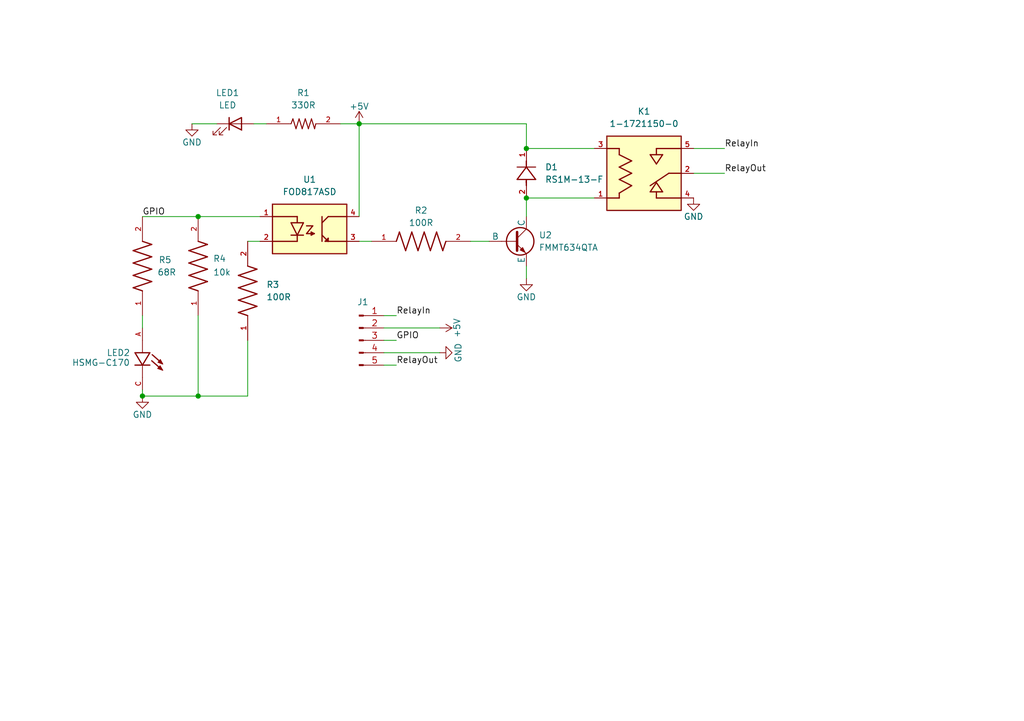
<source format=kicad_sch>
(kicad_sch
	(version 20231120)
	(generator "eeschema")
	(generator_version "8.0")
	(uuid "0d69dd84-8c0d-4050-82f1-13407578f499")
	(paper "A5")
	(lib_symbols
		(symbol "1-1721150-0:1-1721150-0"
			(pin_names
				(offset 1.016)
			)
			(exclude_from_sim no)
			(in_bom yes)
			(on_board yes)
			(property "Reference" "K"
				(at -7.6312 10.1749 0)
				(effects
					(font
						(size 1.27 1.27)
					)
					(justify left bottom)
				)
			)
			(property "Value" "1-1721150-0"
				(at -7.6253 -12.7088 0)
				(effects
					(font
						(size 1.27 1.27)
					)
					(justify left bottom)
				)
			)
			(property "Footprint" "1-1721150-0:RELAY_1-1721150-0"
				(at 28.448 26.162 0)
				(effects
					(font
						(size 1.27 1.27)
					)
					(justify bottom)
					(hide yes)
				)
			)
			(property "Datasheet" ""
				(at 0 0 0)
				(effects
					(font
						(size 1.27 1.27)
					)
					(hide yes)
				)
			)
			(property "Description" ""
				(at 0 0 0)
				(effects
					(font
						(size 1.27 1.27)
					)
					(hide yes)
				)
			)
			(property "Comment" "1-1721150-0"
				(at 32.512 8.382 0)
				(effects
					(font
						(size 1.27 1.27)
					)
					(justify bottom)
					(hide yes)
				)
			)
			(property "MF" "TE Connectivity"
				(at 35.052 2.032 0)
				(effects
					(font
						(size 1.27 1.27)
					)
					(justify bottom)
					(hide yes)
				)
			)
			(property "MAXIMUM_PACKAGE_HEIGHT" "15.0mm"
				(at 27.686 29.464 0)
				(effects
					(font
						(size 1.27 1.27)
					)
					(justify bottom)
					(hide yes)
				)
			)
			(property "Package" "None"
				(at 0 0 0)
				(effects
					(font
						(size 1.27 1.27)
					)
					(justify bottom)
					(hide yes)
				)
			)
			(property "Price" "None"
				(at 0 0 0)
				(effects
					(font
						(size 1.27 1.27)
					)
					(justify bottom)
					(hide yes)
				)
			)
			(property "Check_prices" "https://www.snapeda.com/parts/1-1721150-0/TE+Connectivity+Potter+%2526+Brumfield+Relays/view-part/?ref=eda"
				(at -8.128 15.748 0)
				(effects
					(font
						(size 1.27 1.27)
					)
					(justify bottom)
					(hide yes)
				)
			)
			(property "STANDARD" "Manufacturer recommendations"
				(at -1.524 23.368 0)
				(effects
					(font
						(size 1.27 1.27)
					)
					(justify bottom)
					(hide yes)
				)
			)
			(property "PARTREV" "D"
				(at 0 0 0)
				(effects
					(font
						(size 1.27 1.27)
					)
					(justify bottom)
					(hide yes)
				)
			)
			(property "SnapEDA_Link" "https://www.snapeda.com/parts/1-1721150-0/TE+Connectivity+Potter+%2526+Brumfield+Relays/view-part/?ref=snap"
				(at -6.858 20.066 0)
				(effects
					(font
						(size 1.27 1.27)
					)
					(justify bottom)
					(hide yes)
				)
			)
			(property "MP" "1-1721150-0"
				(at -6.35 0.254 0)
				(effects
					(font
						(size 1.27 1.27)
					)
					(justify bottom)
					(hide yes)
				)
			)
			(property "EU_RoHS_Compliance" "Compliant"
				(at 19.304 23.622 0)
				(effects
					(font
						(size 1.27 1.27)
					)
					(justify bottom)
					(hide yes)
				)
			)
			(property "Description_1" "\n                        \n                            General Purpose Relay SPDT (1 Form C) 5VDC Coil Through Hole\n                        \n"
				(at -7.874 11.43 0)
				(effects
					(font
						(size 1.27 1.27)
					)
					(justify bottom)
					(hide yes)
				)
			)
			(property "Availability" "In Stock"
				(at -6.35 0.254 0)
				(effects
					(font
						(size 1.27 1.27)
					)
					(justify bottom)
					(hide yes)
				)
			)
			(property "MANUFACTURER" "TE Connectivity"
				(at -6.35 0.254 0)
				(effects
					(font
						(size 1.27 1.27)
					)
					(justify bottom)
					(hide yes)
				)
			)
			(symbol "1-1721150-0_0_0"
				(rectangle
					(start -7.62 -7.62)
					(end 7.62 7.62)
					(stroke
						(width 0.254)
						(type default)
					)
					(fill
						(type background)
					)
				)
				(polyline
					(pts
						(xy -5.08 -5.08) (xy -7.62 -5.08)
					)
					(stroke
						(width 0.254)
						(type default)
					)
					(fill
						(type none)
					)
				)
				(polyline
					(pts
						(xy -5.08 -5.08) (xy -5.08 -4.064)
					)
					(stroke
						(width 0.254)
						(type default)
					)
					(fill
						(type none)
					)
				)
				(polyline
					(pts
						(xy -5.08 -4.064) (xy -2.54 -2.54)
					)
					(stroke
						(width 0.254)
						(type default)
					)
					(fill
						(type none)
					)
				)
				(polyline
					(pts
						(xy -5.08 -1.27) (xy -2.54 0)
					)
					(stroke
						(width 0.254)
						(type default)
					)
					(fill
						(type none)
					)
				)
				(polyline
					(pts
						(xy -5.08 1.27) (xy -2.54 2.54)
					)
					(stroke
						(width 0.254)
						(type default)
					)
					(fill
						(type none)
					)
				)
				(polyline
					(pts
						(xy -5.08 3.81) (xy -5.08 5.08)
					)
					(stroke
						(width 0.254)
						(type default)
					)
					(fill
						(type none)
					)
				)
				(polyline
					(pts
						(xy -5.08 5.08) (xy -7.62 5.08)
					)
					(stroke
						(width 0.254)
						(type default)
					)
					(fill
						(type none)
					)
				)
				(polyline
					(pts
						(xy -2.54 -2.54) (xy -5.08 -1.27)
					)
					(stroke
						(width 0.254)
						(type default)
					)
					(fill
						(type none)
					)
				)
				(polyline
					(pts
						(xy -2.54 0) (xy -5.08 1.27)
					)
					(stroke
						(width 0.254)
						(type default)
					)
					(fill
						(type none)
					)
				)
				(polyline
					(pts
						(xy -2.54 2.54) (xy -5.08 3.81)
					)
					(stroke
						(width 0.254)
						(type default)
					)
					(fill
						(type none)
					)
				)
				(polyline
					(pts
						(xy 1.27 -3.81) (xy 2.54 -3.81)
					)
					(stroke
						(width 0.254)
						(type default)
					)
					(fill
						(type none)
					)
				)
				(polyline
					(pts
						(xy 1.27 3.81) (xy 2.54 1.905)
					)
					(stroke
						(width 0.254)
						(type default)
					)
					(fill
						(type none)
					)
				)
				(polyline
					(pts
						(xy 2.54 -5.08) (xy 7.62 -5.08)
					)
					(stroke
						(width 0.254)
						(type default)
					)
					(fill
						(type none)
					)
				)
				(polyline
					(pts
						(xy 2.54 -3.81) (xy 2.54 -5.08)
					)
					(stroke
						(width 0.254)
						(type default)
					)
					(fill
						(type none)
					)
				)
				(polyline
					(pts
						(xy 2.54 -3.81) (xy 3.81 -3.81)
					)
					(stroke
						(width 0.254)
						(type default)
					)
					(fill
						(type none)
					)
				)
				(polyline
					(pts
						(xy 2.54 -1.905) (xy 1.27 -3.81)
					)
					(stroke
						(width 0.254)
						(type default)
					)
					(fill
						(type none)
					)
				)
				(polyline
					(pts
						(xy 2.54 1.905) (xy 3.81 3.81)
					)
					(stroke
						(width 0.254)
						(type default)
					)
					(fill
						(type none)
					)
				)
				(polyline
					(pts
						(xy 2.54 3.81) (xy 1.27 3.81)
					)
					(stroke
						(width 0.254)
						(type default)
					)
					(fill
						(type none)
					)
				)
				(polyline
					(pts
						(xy 2.54 5.08) (xy 2.54 3.81)
					)
					(stroke
						(width 0.254)
						(type default)
					)
					(fill
						(type none)
					)
				)
				(polyline
					(pts
						(xy 2.54 5.08) (xy 7.62 5.08)
					)
					(stroke
						(width 0.254)
						(type default)
					)
					(fill
						(type none)
					)
				)
				(polyline
					(pts
						(xy 3.81 -3.81) (xy 2.54 -1.905)
					)
					(stroke
						(width 0.254)
						(type default)
					)
					(fill
						(type none)
					)
				)
				(polyline
					(pts
						(xy 3.81 3.81) (xy 2.54 3.81)
					)
					(stroke
						(width 0.254)
						(type default)
					)
					(fill
						(type none)
					)
				)
				(polyline
					(pts
						(xy 5.08 0) (xy 1.27 -2.54)
					)
					(stroke
						(width 0.254)
						(type default)
					)
					(fill
						(type none)
					)
				)
				(polyline
					(pts
						(xy 7.62 0) (xy 5.08 0)
					)
					(stroke
						(width 0.254)
						(type default)
					)
					(fill
						(type none)
					)
				)
				(pin passive line
					(at -10.16 -5.08 0)
					(length 2.54)
					(name "~"
						(effects
							(font
								(size 1.016 1.016)
							)
						)
					)
					(number "1"
						(effects
							(font
								(size 1.016 1.016)
							)
						)
					)
				)
				(pin passive line
					(at 10.16 0 180)
					(length 2.54)
					(name "~"
						(effects
							(font
								(size 1.016 1.016)
							)
						)
					)
					(number "2"
						(effects
							(font
								(size 1.016 1.016)
							)
						)
					)
				)
				(pin passive line
					(at -10.16 5.08 0)
					(length 2.54)
					(name "~"
						(effects
							(font
								(size 1.016 1.016)
							)
						)
					)
					(number "3"
						(effects
							(font
								(size 1.016 1.016)
							)
						)
					)
				)
				(pin passive line
					(at 10.16 -5.08 180)
					(length 2.54)
					(name "~"
						(effects
							(font
								(size 1.016 1.016)
							)
						)
					)
					(number "4"
						(effects
							(font
								(size 1.016 1.016)
							)
						)
					)
				)
				(pin passive line
					(at 10.16 5.08 180)
					(length 2.54)
					(name "~"
						(effects
							(font
								(size 1.016 1.016)
							)
						)
					)
					(number "5"
						(effects
							(font
								(size 1.016 1.016)
							)
						)
					)
				)
			)
		)
		(symbol "AC0603JR-07100RL:AC0603JR-07100RL"
			(pin_names
				(offset 1.016)
			)
			(exclude_from_sim no)
			(in_bom yes)
			(on_board yes)
			(property "Reference" "R"
				(at -7.6244 2.5415 0)
				(effects
					(font
						(size 1.27 1.27)
					)
					(justify left bottom)
				)
			)
			(property "Value" "AC0603JR-07100RL"
				(at -7.63 -5.0866 0)
				(effects
					(font
						(size 1.27 1.27)
					)
					(justify left bottom)
				)
			)
			(property "Footprint" "AC0603JR-07100RL:RESC1608X55N"
				(at 0 0 0)
				(effects
					(font
						(size 1.27 1.27)
					)
					(justify bottom)
					(hide yes)
				)
			)
			(property "Datasheet" ""
				(at 0 0 0)
				(effects
					(font
						(size 1.27 1.27)
					)
					(hide yes)
				)
			)
			(property "Description" ""
				(at 0 0 0)
				(effects
					(font
						(size 1.27 1.27)
					)
					(hide yes)
				)
			)
			(property "MF" "Yageo"
				(at 0 0 0)
				(effects
					(font
						(size 1.27 1.27)
					)
					(justify bottom)
					(hide yes)
				)
			)
			(property "Description_1" "\n                        \n                            100 Ohms ±5% 0.1W, 1/10W Chip Resistor 0603 (1608 Metric) Automotive AEC-Q200, Moisture Resistant Thick Film\n                        \n"
				(at 0 0 0)
				(effects
					(font
						(size 1.27 1.27)
					)
					(justify bottom)
					(hide yes)
				)
			)
			(property "Package" "1608 Yageo"
				(at 0 0 0)
				(effects
					(font
						(size 1.27 1.27)
					)
					(justify bottom)
					(hide yes)
				)
			)
			(property "Price" "None"
				(at 0 0 0)
				(effects
					(font
						(size 1.27 1.27)
					)
					(justify bottom)
					(hide yes)
				)
			)
			(property "SnapEDA_Link" "https://www.snapeda.com/parts/AC0603JR-07100RL/Yageo/view-part/?ref=snap"
				(at 0 0 0)
				(effects
					(font
						(size 1.27 1.27)
					)
					(justify bottom)
					(hide yes)
				)
			)
			(property "MP" "AC0603JR-07100RL"
				(at 0 0 0)
				(effects
					(font
						(size 1.27 1.27)
					)
					(justify bottom)
					(hide yes)
				)
			)
			(property "Availability" "In Stock"
				(at 0 0 0)
				(effects
					(font
						(size 1.27 1.27)
					)
					(justify bottom)
					(hide yes)
				)
			)
			(property "Check_prices" "https://www.snapeda.com/parts/AC0603JR-07100RL/Yageo/view-part/?ref=eda"
				(at 0 0 0)
				(effects
					(font
						(size 1.27 1.27)
					)
					(justify bottom)
					(hide yes)
				)
			)
			(symbol "AC0603JR-07100RL_0_0"
				(polyline
					(pts
						(xy -5.08 0) (xy -4.445 1.905)
					)
					(stroke
						(width 0.254)
						(type default)
					)
					(fill
						(type none)
					)
				)
				(polyline
					(pts
						(xy -4.445 1.905) (xy -3.175 -1.905)
					)
					(stroke
						(width 0.254)
						(type default)
					)
					(fill
						(type none)
					)
				)
				(polyline
					(pts
						(xy -3.175 -1.905) (xy -1.905 1.905)
					)
					(stroke
						(width 0.254)
						(type default)
					)
					(fill
						(type none)
					)
				)
				(polyline
					(pts
						(xy -1.905 1.905) (xy -0.635 -1.905)
					)
					(stroke
						(width 0.254)
						(type default)
					)
					(fill
						(type none)
					)
				)
				(polyline
					(pts
						(xy -0.635 -1.905) (xy 0.635 1.905)
					)
					(stroke
						(width 0.254)
						(type default)
					)
					(fill
						(type none)
					)
				)
				(polyline
					(pts
						(xy 0.635 1.905) (xy 1.905 -1.905)
					)
					(stroke
						(width 0.254)
						(type default)
					)
					(fill
						(type none)
					)
				)
				(polyline
					(pts
						(xy 1.905 -1.905) (xy 3.175 1.905)
					)
					(stroke
						(width 0.254)
						(type default)
					)
					(fill
						(type none)
					)
				)
				(polyline
					(pts
						(xy 3.175 1.905) (xy 4.445 -1.905)
					)
					(stroke
						(width 0.254)
						(type default)
					)
					(fill
						(type none)
					)
				)
				(polyline
					(pts
						(xy 4.445 -1.905) (xy 5.08 0)
					)
					(stroke
						(width 0.254)
						(type default)
					)
					(fill
						(type none)
					)
				)
				(pin passive line
					(at -10.16 0 0)
					(length 5.08)
					(name "~"
						(effects
							(font
								(size 1.016 1.016)
							)
						)
					)
					(number "1"
						(effects
							(font
								(size 1.016 1.016)
							)
						)
					)
				)
				(pin passive line
					(at 10.16 0 180)
					(length 5.08)
					(name "~"
						(effects
							(font
								(size 1.016 1.016)
							)
						)
					)
					(number "2"
						(effects
							(font
								(size 1.016 1.016)
							)
						)
					)
				)
			)
		)
		(symbol "CRCW0402140RFKEDC:CRCW0402140RFKEDC"
			(pin_names
				(offset 1.016)
			)
			(exclude_from_sim no)
			(in_bom yes)
			(on_board yes)
			(property "Reference" "R"
				(at -7.6244 2.5415 0)
				(effects
					(font
						(size 1.27 1.27)
					)
					(justify left bottom)
				)
			)
			(property "Value" "CRCW0402140RFKEDC"
				(at -7.63 -5.0866 0)
				(effects
					(font
						(size 1.27 1.27)
					)
					(justify left bottom)
				)
			)
			(property "Footprint" "CRCW0402140RFKEDC:RESC1005X35N"
				(at 0 0 0)
				(effects
					(font
						(size 1.27 1.27)
					)
					(justify bottom)
					(hide yes)
				)
			)
			(property "Datasheet" ""
				(at 0 0 0)
				(effects
					(font
						(size 1.27 1.27)
					)
					(hide yes)
				)
			)
			(property "Description" ""
				(at 0 0 0)
				(effects
					(font
						(size 1.27 1.27)
					)
					(hide yes)
				)
			)
			(property "MF" "Vishay"
				(at 0 0 0)
				(effects
					(font
						(size 1.27 1.27)
					)
					(justify bottom)
					(hide yes)
				)
			)
			(property "Description_1" "\n                        \n                            140 Ohms ±1% 0.063W, 1/16W Chip Resistor 0402 (1005 Metric)  Thick Film\n                        \n"
				(at 0 0 0)
				(effects
					(font
						(size 1.27 1.27)
					)
					(justify bottom)
					(hide yes)
				)
			)
			(property "Package" "1005 Yageo"
				(at 0 0 0)
				(effects
					(font
						(size 1.27 1.27)
					)
					(justify bottom)
					(hide yes)
				)
			)
			(property "Price" "None"
				(at 0 0 0)
				(effects
					(font
						(size 1.27 1.27)
					)
					(justify bottom)
					(hide yes)
				)
			)
			(property "SnapEDA_Link" "https://www.snapeda.com/parts/CRCW0402140RFKEDC/Vishay/view-part/?ref=snap"
				(at 0 0 0)
				(effects
					(font
						(size 1.27 1.27)
					)
					(justify bottom)
					(hide yes)
				)
			)
			(property "MP" "CRCW0402140RFKEDC"
				(at 0 0 0)
				(effects
					(font
						(size 1.27 1.27)
					)
					(justify bottom)
					(hide yes)
				)
			)
			(property "Availability" "In Stock"
				(at 0 0 0)
				(effects
					(font
						(size 1.27 1.27)
					)
					(justify bottom)
					(hide yes)
				)
			)
			(property "Check_prices" "https://www.snapeda.com/parts/CRCW0402140RFKEDC/Vishay/view-part/?ref=eda"
				(at 0 0 0)
				(effects
					(font
						(size 1.27 1.27)
					)
					(justify bottom)
					(hide yes)
				)
			)
			(symbol "CRCW0402140RFKEDC_0_0"
				(polyline
					(pts
						(xy -5.08 0) (xy -4.445 1.905)
					)
					(stroke
						(width 0.254)
						(type default)
					)
					(fill
						(type none)
					)
				)
				(polyline
					(pts
						(xy -4.445 1.905) (xy -3.175 -1.905)
					)
					(stroke
						(width 0.254)
						(type default)
					)
					(fill
						(type none)
					)
				)
				(polyline
					(pts
						(xy -3.175 -1.905) (xy -1.905 1.905)
					)
					(stroke
						(width 0.254)
						(type default)
					)
					(fill
						(type none)
					)
				)
				(polyline
					(pts
						(xy -1.905 1.905) (xy -0.635 -1.905)
					)
					(stroke
						(width 0.254)
						(type default)
					)
					(fill
						(type none)
					)
				)
				(polyline
					(pts
						(xy -0.635 -1.905) (xy 0.635 1.905)
					)
					(stroke
						(width 0.254)
						(type default)
					)
					(fill
						(type none)
					)
				)
				(polyline
					(pts
						(xy 0.635 1.905) (xy 1.905 -1.905)
					)
					(stroke
						(width 0.254)
						(type default)
					)
					(fill
						(type none)
					)
				)
				(polyline
					(pts
						(xy 1.905 -1.905) (xy 3.175 1.905)
					)
					(stroke
						(width 0.254)
						(type default)
					)
					(fill
						(type none)
					)
				)
				(polyline
					(pts
						(xy 3.175 1.905) (xy 4.445 -1.905)
					)
					(stroke
						(width 0.254)
						(type default)
					)
					(fill
						(type none)
					)
				)
				(polyline
					(pts
						(xy 4.445 -1.905) (xy 5.08 0)
					)
					(stroke
						(width 0.254)
						(type default)
					)
					(fill
						(type none)
					)
				)
				(pin passive line
					(at -10.16 0 0)
					(length 5.08)
					(name "~"
						(effects
							(font
								(size 1.016 1.016)
							)
						)
					)
					(number "1"
						(effects
							(font
								(size 1.016 1.016)
							)
						)
					)
				)
				(pin passive line
					(at 10.16 0 180)
					(length 5.08)
					(name "~"
						(effects
							(font
								(size 1.016 1.016)
							)
						)
					)
					(number "2"
						(effects
							(font
								(size 1.016 1.016)
							)
						)
					)
				)
			)
		)
		(symbol "CRCW060310K0DHEAP:CRCW060310K0DHEAP"
			(pin_names
				(offset 1.016)
			)
			(exclude_from_sim no)
			(in_bom yes)
			(on_board yes)
			(property "Reference" "R"
				(at -7.6244 2.5415 0)
				(effects
					(font
						(size 1.27 1.27)
					)
					(justify left bottom)
				)
			)
			(property "Value" "CRCW060310K0DHEAP"
				(at -7.63 -5.0866 0)
				(effects
					(font
						(size 1.27 1.27)
					)
					(justify left bottom)
				)
			)
			(property "Footprint" "CRCW060310K0DHEAP:RESC1508X50N"
				(at 0 0 0)
				(effects
					(font
						(size 1.27 1.27)
					)
					(justify bottom)
					(hide yes)
				)
			)
			(property "Datasheet" ""
				(at 0 0 0)
				(effects
					(font
						(size 1.27 1.27)
					)
					(hide yes)
				)
			)
			(property "Description" ""
				(at 0 0 0)
				(effects
					(font
						(size 1.27 1.27)
					)
					(hide yes)
				)
			)
			(property "MF" "Vishay Dale"
				(at 0 0 0)
				(effects
					(font
						(size 1.27 1.27)
					)
					(justify bottom)
					(hide yes)
				)
			)
			(property "Description_1" "\n                        \n                            10 kOhms ±0.5% 0.1W, 1/10W Chip Resistor 0603 (1608 Metric) Automotive AEC-Q200 Thick Film\n                        \n"
				(at 0 0 0)
				(effects
					(font
						(size 1.27 1.27)
					)
					(justify bottom)
					(hide yes)
				)
			)
			(property "Package" "1508 Vishay"
				(at 0 0 0)
				(effects
					(font
						(size 1.27 1.27)
					)
					(justify bottom)
					(hide yes)
				)
			)
			(property "Price" "None"
				(at 0 0 0)
				(effects
					(font
						(size 1.27 1.27)
					)
					(justify bottom)
					(hide yes)
				)
			)
			(property "SnapEDA_Link" "https://www.snapeda.com/parts/CRCW060310K0DHEAP/Vishay+Dale/view-part/?ref=snap"
				(at 0 0 0)
				(effects
					(font
						(size 1.27 1.27)
					)
					(justify bottom)
					(hide yes)
				)
			)
			(property "MP" "CRCW060310K0DHEAP"
				(at 0 0 0)
				(effects
					(font
						(size 1.27 1.27)
					)
					(justify bottom)
					(hide yes)
				)
			)
			(property "Availability" "In Stock"
				(at 0 0 0)
				(effects
					(font
						(size 1.27 1.27)
					)
					(justify bottom)
					(hide yes)
				)
			)
			(property "Check_prices" "https://www.snapeda.com/parts/CRCW060310K0DHEAP/Vishay+Dale/view-part/?ref=eda"
				(at 0 0 0)
				(effects
					(font
						(size 1.27 1.27)
					)
					(justify bottom)
					(hide yes)
				)
			)
			(symbol "CRCW060310K0DHEAP_0_0"
				(polyline
					(pts
						(xy -5.08 0) (xy -4.445 1.905)
					)
					(stroke
						(width 0.254)
						(type default)
					)
					(fill
						(type none)
					)
				)
				(polyline
					(pts
						(xy -4.445 1.905) (xy -3.175 -1.905)
					)
					(stroke
						(width 0.254)
						(type default)
					)
					(fill
						(type none)
					)
				)
				(polyline
					(pts
						(xy -3.175 -1.905) (xy -1.905 1.905)
					)
					(stroke
						(width 0.254)
						(type default)
					)
					(fill
						(type none)
					)
				)
				(polyline
					(pts
						(xy -1.905 1.905) (xy -0.635 -1.905)
					)
					(stroke
						(width 0.254)
						(type default)
					)
					(fill
						(type none)
					)
				)
				(polyline
					(pts
						(xy -0.635 -1.905) (xy 0.635 1.905)
					)
					(stroke
						(width 0.254)
						(type default)
					)
					(fill
						(type none)
					)
				)
				(polyline
					(pts
						(xy 0.635 1.905) (xy 1.905 -1.905)
					)
					(stroke
						(width 0.254)
						(type default)
					)
					(fill
						(type none)
					)
				)
				(polyline
					(pts
						(xy 1.905 -1.905) (xy 3.175 1.905)
					)
					(stroke
						(width 0.254)
						(type default)
					)
					(fill
						(type none)
					)
				)
				(polyline
					(pts
						(xy 3.175 1.905) (xy 4.445 -1.905)
					)
					(stroke
						(width 0.254)
						(type default)
					)
					(fill
						(type none)
					)
				)
				(polyline
					(pts
						(xy 4.445 -1.905) (xy 5.08 0)
					)
					(stroke
						(width 0.254)
						(type default)
					)
					(fill
						(type none)
					)
				)
				(pin passive line
					(at -10.16 0 0)
					(length 5.08)
					(name "~"
						(effects
							(font
								(size 1.016 1.016)
							)
						)
					)
					(number "1"
						(effects
							(font
								(size 1.016 1.016)
							)
						)
					)
				)
				(pin passive line
					(at 10.16 0 180)
					(length 5.08)
					(name "~"
						(effects
							(font
								(size 1.016 1.016)
							)
						)
					)
					(number "2"
						(effects
							(font
								(size 1.016 1.016)
							)
						)
					)
				)
			)
		)
		(symbol "Connector:Conn_01x05_Pin"
			(pin_names
				(offset 1.016) hide)
			(exclude_from_sim no)
			(in_bom yes)
			(on_board yes)
			(property "Reference" "J"
				(at 0 7.62 0)
				(effects
					(font
						(size 1.27 1.27)
					)
				)
			)
			(property "Value" "Conn_01x05_Pin"
				(at 0 -7.62 0)
				(effects
					(font
						(size 1.27 1.27)
					)
				)
			)
			(property "Footprint" ""
				(at 0 0 0)
				(effects
					(font
						(size 1.27 1.27)
					)
					(hide yes)
				)
			)
			(property "Datasheet" "~"
				(at 0 0 0)
				(effects
					(font
						(size 1.27 1.27)
					)
					(hide yes)
				)
			)
			(property "Description" "Generic connector, single row, 01x05, script generated"
				(at 0 0 0)
				(effects
					(font
						(size 1.27 1.27)
					)
					(hide yes)
				)
			)
			(property "ki_locked" ""
				(at 0 0 0)
				(effects
					(font
						(size 1.27 1.27)
					)
				)
			)
			(property "ki_keywords" "connector"
				(at 0 0 0)
				(effects
					(font
						(size 1.27 1.27)
					)
					(hide yes)
				)
			)
			(property "ki_fp_filters" "Connector*:*_1x??_*"
				(at 0 0 0)
				(effects
					(font
						(size 1.27 1.27)
					)
					(hide yes)
				)
			)
			(symbol "Conn_01x05_Pin_1_1"
				(polyline
					(pts
						(xy 1.27 -5.08) (xy 0.8636 -5.08)
					)
					(stroke
						(width 0.1524)
						(type default)
					)
					(fill
						(type none)
					)
				)
				(polyline
					(pts
						(xy 1.27 -2.54) (xy 0.8636 -2.54)
					)
					(stroke
						(width 0.1524)
						(type default)
					)
					(fill
						(type none)
					)
				)
				(polyline
					(pts
						(xy 1.27 0) (xy 0.8636 0)
					)
					(stroke
						(width 0.1524)
						(type default)
					)
					(fill
						(type none)
					)
				)
				(polyline
					(pts
						(xy 1.27 2.54) (xy 0.8636 2.54)
					)
					(stroke
						(width 0.1524)
						(type default)
					)
					(fill
						(type none)
					)
				)
				(polyline
					(pts
						(xy 1.27 5.08) (xy 0.8636 5.08)
					)
					(stroke
						(width 0.1524)
						(type default)
					)
					(fill
						(type none)
					)
				)
				(rectangle
					(start 0.8636 -4.953)
					(end 0 -5.207)
					(stroke
						(width 0.1524)
						(type default)
					)
					(fill
						(type outline)
					)
				)
				(rectangle
					(start 0.8636 -2.413)
					(end 0 -2.667)
					(stroke
						(width 0.1524)
						(type default)
					)
					(fill
						(type outline)
					)
				)
				(rectangle
					(start 0.8636 0.127)
					(end 0 -0.127)
					(stroke
						(width 0.1524)
						(type default)
					)
					(fill
						(type outline)
					)
				)
				(rectangle
					(start 0.8636 2.667)
					(end 0 2.413)
					(stroke
						(width 0.1524)
						(type default)
					)
					(fill
						(type outline)
					)
				)
				(rectangle
					(start 0.8636 5.207)
					(end 0 4.953)
					(stroke
						(width 0.1524)
						(type default)
					)
					(fill
						(type outline)
					)
				)
				(pin passive line
					(at 5.08 5.08 180)
					(length 3.81)
					(name "Pin_1"
						(effects
							(font
								(size 1.27 1.27)
							)
						)
					)
					(number "1"
						(effects
							(font
								(size 1.27 1.27)
							)
						)
					)
				)
				(pin passive line
					(at 5.08 2.54 180)
					(length 3.81)
					(name "Pin_2"
						(effects
							(font
								(size 1.27 1.27)
							)
						)
					)
					(number "2"
						(effects
							(font
								(size 1.27 1.27)
							)
						)
					)
				)
				(pin passive line
					(at 5.08 0 180)
					(length 3.81)
					(name "Pin_3"
						(effects
							(font
								(size 1.27 1.27)
							)
						)
					)
					(number "3"
						(effects
							(font
								(size 1.27 1.27)
							)
						)
					)
				)
				(pin passive line
					(at 5.08 -2.54 180)
					(length 3.81)
					(name "Pin_4"
						(effects
							(font
								(size 1.27 1.27)
							)
						)
					)
					(number "4"
						(effects
							(font
								(size 1.27 1.27)
							)
						)
					)
				)
				(pin passive line
					(at 5.08 -5.08 180)
					(length 3.81)
					(name "Pin_5"
						(effects
							(font
								(size 1.27 1.27)
							)
						)
					)
					(number "5"
						(effects
							(font
								(size 1.27 1.27)
							)
						)
					)
				)
			)
		)
		(symbol "Device:LED"
			(pin_numbers hide)
			(pin_names
				(offset 1.016) hide)
			(exclude_from_sim no)
			(in_bom yes)
			(on_board yes)
			(property "Reference" "D"
				(at 0 2.54 0)
				(effects
					(font
						(size 1.27 1.27)
					)
				)
			)
			(property "Value" "LED"
				(at 0 -2.54 0)
				(effects
					(font
						(size 1.27 1.27)
					)
				)
			)
			(property "Footprint" ""
				(at 0 0 0)
				(effects
					(font
						(size 1.27 1.27)
					)
					(hide yes)
				)
			)
			(property "Datasheet" "~"
				(at 0 0 0)
				(effects
					(font
						(size 1.27 1.27)
					)
					(hide yes)
				)
			)
			(property "Description" "Light emitting diode"
				(at 0 0 0)
				(effects
					(font
						(size 1.27 1.27)
					)
					(hide yes)
				)
			)
			(property "ki_keywords" "LED diode"
				(at 0 0 0)
				(effects
					(font
						(size 1.27 1.27)
					)
					(hide yes)
				)
			)
			(property "ki_fp_filters" "LED* LED_SMD:* LED_THT:*"
				(at 0 0 0)
				(effects
					(font
						(size 1.27 1.27)
					)
					(hide yes)
				)
			)
			(symbol "LED_0_1"
				(polyline
					(pts
						(xy -1.27 -1.27) (xy -1.27 1.27)
					)
					(stroke
						(width 0.254)
						(type default)
					)
					(fill
						(type none)
					)
				)
				(polyline
					(pts
						(xy -1.27 0) (xy 1.27 0)
					)
					(stroke
						(width 0)
						(type default)
					)
					(fill
						(type none)
					)
				)
				(polyline
					(pts
						(xy 1.27 -1.27) (xy 1.27 1.27) (xy -1.27 0) (xy 1.27 -1.27)
					)
					(stroke
						(width 0.254)
						(type default)
					)
					(fill
						(type none)
					)
				)
				(polyline
					(pts
						(xy -3.048 -0.762) (xy -4.572 -2.286) (xy -3.81 -2.286) (xy -4.572 -2.286) (xy -4.572 -1.524)
					)
					(stroke
						(width 0)
						(type default)
					)
					(fill
						(type none)
					)
				)
				(polyline
					(pts
						(xy -1.778 -0.762) (xy -3.302 -2.286) (xy -2.54 -2.286) (xy -3.302 -2.286) (xy -3.302 -1.524)
					)
					(stroke
						(width 0)
						(type default)
					)
					(fill
						(type none)
					)
				)
			)
			(symbol "LED_1_1"
				(pin passive line
					(at -3.81 0 0)
					(length 2.54)
					(name "K"
						(effects
							(font
								(size 1.27 1.27)
							)
						)
					)
					(number "1"
						(effects
							(font
								(size 1.27 1.27)
							)
						)
					)
				)
				(pin passive line
					(at 3.81 0 180)
					(length 2.54)
					(name "A"
						(effects
							(font
								(size 1.27 1.27)
							)
						)
					)
					(number "2"
						(effects
							(font
								(size 1.27 1.27)
							)
						)
					)
				)
			)
		)
		(symbol "FOD817ASD:FOD817ASD"
			(pin_names
				(offset 1.016)
			)
			(exclude_from_sim no)
			(in_bom yes)
			(on_board yes)
			(property "Reference" "Q"
				(at -7.6421 5.0948 0)
				(effects
					(font
						(size 1.27 1.27)
					)
					(justify left bottom)
				)
			)
			(property "Value" "FOD817ASD"
				(at -7.644 -7.644 0)
				(effects
					(font
						(size 1.27 1.27)
					)
					(justify left bottom)
				)
			)
			(property "Footprint" "FOD817ASD:SOIC254P1016X385-4N"
				(at 0 0 0)
				(effects
					(font
						(size 1.27 1.27)
					)
					(justify bottom)
					(hide yes)
				)
			)
			(property "Datasheet" ""
				(at 0 0 0)
				(effects
					(font
						(size 1.27 1.27)
					)
					(hide yes)
				)
			)
			(property "Description" ""
				(at 0 0 0)
				(effects
					(font
						(size 1.27 1.27)
					)
					(hide yes)
				)
			)
			(property "MF" "onsemi"
				(at 0 0 0)
				(effects
					(font
						(size 1.27 1.27)
					)
					(justify bottom)
					(hide yes)
				)
			)
			(property "Description_1" "\n                        \n                            Optoisolator Transistor Output 5000Vrms 1 Channel 4-SMD\n                        \n"
				(at 0 0 0)
				(effects
					(font
						(size 1.27 1.27)
					)
					(justify bottom)
					(hide yes)
				)
			)
			(property "Package" "SMD-4 ON Semiconductor"
				(at 0 0 0)
				(effects
					(font
						(size 1.27 1.27)
					)
					(justify bottom)
					(hide yes)
				)
			)
			(property "Price" "None"
				(at 0 0 0)
				(effects
					(font
						(size 1.27 1.27)
					)
					(justify bottom)
					(hide yes)
				)
			)
			(property "Check_prices" "https://www.snapeda.com/parts/FOD817ASD/Onsemi/view-part/?ref=eda"
				(at 0 0 0)
				(effects
					(font
						(size 1.27 1.27)
					)
					(justify bottom)
					(hide yes)
				)
			)
			(property "SnapEDA_Link" "https://www.snapeda.com/parts/FOD817ASD/Onsemi/view-part/?ref=snap"
				(at 0 0 0)
				(effects
					(font
						(size 1.27 1.27)
					)
					(justify bottom)
					(hide yes)
				)
			)
			(property "MP" "FOD817ASD"
				(at 0 0 0)
				(effects
					(font
						(size 1.27 1.27)
					)
					(justify bottom)
					(hide yes)
				)
			)
			(property "Availability" "In Stock"
				(at 0 0 0)
				(effects
					(font
						(size 1.27 1.27)
					)
					(justify bottom)
					(hide yes)
				)
			)
			(property "MANUFACTURER" "FAIRCHILD SEMICONDUCTOR"
				(at 0 0 0)
				(effects
					(font
						(size 1.27 1.27)
					)
					(justify bottom)
					(hide yes)
				)
			)
			(symbol "FOD817ASD_0_0"
				(rectangle
					(start -7.62 -5.08)
					(end 7.62 5.08)
					(stroke
						(width 0.254)
						(type default)
					)
					(fill
						(type background)
					)
				)
				(polyline
					(pts
						(xy -3.81 -1.27) (xy -2.54 -1.27)
					)
					(stroke
						(width 0.254)
						(type default)
					)
					(fill
						(type none)
					)
				)
				(polyline
					(pts
						(xy -3.81 1.27) (xy -2.54 1.27)
					)
					(stroke
						(width 0.254)
						(type default)
					)
					(fill
						(type none)
					)
				)
				(polyline
					(pts
						(xy -2.54 -2.54) (xy -7.62 -2.54)
					)
					(stroke
						(width 0.254)
						(type default)
					)
					(fill
						(type none)
					)
				)
				(polyline
					(pts
						(xy -2.54 -1.27) (xy -3.81 1.27)
					)
					(stroke
						(width 0.254)
						(type default)
					)
					(fill
						(type none)
					)
				)
				(polyline
					(pts
						(xy -2.54 -1.27) (xy -2.54 -2.54)
					)
					(stroke
						(width 0.254)
						(type default)
					)
					(fill
						(type none)
					)
				)
				(polyline
					(pts
						(xy -2.54 -1.27) (xy -1.27 -1.27)
					)
					(stroke
						(width 0.254)
						(type default)
					)
					(fill
						(type none)
					)
				)
				(polyline
					(pts
						(xy -2.54 1.27) (xy -1.27 1.27)
					)
					(stroke
						(width 0.254)
						(type default)
					)
					(fill
						(type none)
					)
				)
				(polyline
					(pts
						(xy -2.54 2.54) (xy -7.62 2.54)
					)
					(stroke
						(width 0.254)
						(type default)
					)
					(fill
						(type none)
					)
				)
				(polyline
					(pts
						(xy -2.54 2.54) (xy -2.54 1.27)
					)
					(stroke
						(width 0.254)
						(type default)
					)
					(fill
						(type none)
					)
				)
				(polyline
					(pts
						(xy -1.27 1.27) (xy -2.54 -1.27)
					)
					(stroke
						(width 0.254)
						(type default)
					)
					(fill
						(type none)
					)
				)
				(polyline
					(pts
						(xy -0.635 -0.9525) (xy 0.9525 -0.9525)
					)
					(stroke
						(width 0.254)
						(type default)
					)
					(fill
						(type none)
					)
				)
				(polyline
					(pts
						(xy -0.635 0.635) (xy 0.635 0.635)
					)
					(stroke
						(width 0.254)
						(type default)
					)
					(fill
						(type none)
					)
				)
				(polyline
					(pts
						(xy 0.3175 -1.27) (xy 0.9525 -0.9525)
					)
					(stroke
						(width 0.254)
						(type default)
					)
					(fill
						(type none)
					)
				)
				(polyline
					(pts
						(xy 0.3175 -0.635) (xy 0.3175 -1.27)
					)
					(stroke
						(width 0.254)
						(type default)
					)
					(fill
						(type none)
					)
				)
				(polyline
					(pts
						(xy 0.635 0.635) (xy -0.635 -0.9525)
					)
					(stroke
						(width 0.254)
						(type default)
					)
					(fill
						(type none)
					)
				)
				(polyline
					(pts
						(xy 0.9525 -0.9525) (xy 0.3175 -0.635)
					)
					(stroke
						(width 0.254)
						(type default)
					)
					(fill
						(type none)
					)
				)
				(polyline
					(pts
						(xy 2.54 -1.27) (xy 2.54 -2.54)
					)
					(stroke
						(width 0.254)
						(type default)
					)
					(fill
						(type none)
					)
				)
				(polyline
					(pts
						(xy 2.54 -1.27) (xy 3.81 -2.54)
					)
					(stroke
						(width 0.254)
						(type default)
					)
					(fill
						(type none)
					)
				)
				(polyline
					(pts
						(xy 2.54 1.27) (xy 2.54 -1.27)
					)
					(stroke
						(width 0.254)
						(type default)
					)
					(fill
						(type none)
					)
				)
				(polyline
					(pts
						(xy 2.54 2.54) (xy 2.54 1.27)
					)
					(stroke
						(width 0.254)
						(type default)
					)
					(fill
						(type none)
					)
				)
				(polyline
					(pts
						(xy 3.175 -2.54) (xy 3.81 -2.54)
					)
					(stroke
						(width 0.254)
						(type default)
					)
					(fill
						(type none)
					)
				)
				(polyline
					(pts
						(xy 3.81 -2.54) (xy 3.81 -1.905)
					)
					(stroke
						(width 0.254)
						(type default)
					)
					(fill
						(type none)
					)
				)
				(polyline
					(pts
						(xy 3.81 -1.905) (xy 3.175 -2.54)
					)
					(stroke
						(width 0.254)
						(type default)
					)
					(fill
						(type none)
					)
				)
				(polyline
					(pts
						(xy 3.81 2.54) (xy 2.54 1.27)
					)
					(stroke
						(width 0.254)
						(type default)
					)
					(fill
						(type none)
					)
				)
				(polyline
					(pts
						(xy 7.62 -2.54) (xy 3.81 -2.54)
					)
					(stroke
						(width 0.254)
						(type default)
					)
					(fill
						(type none)
					)
				)
				(polyline
					(pts
						(xy 7.62 2.54) (xy 3.81 2.54)
					)
					(stroke
						(width 0.254)
						(type default)
					)
					(fill
						(type none)
					)
				)
				(pin passive line
					(at -10.16 2.54 0)
					(length 2.54)
					(name "~"
						(effects
							(font
								(size 1.016 1.016)
							)
						)
					)
					(number "1"
						(effects
							(font
								(size 1.016 1.016)
							)
						)
					)
				)
				(pin passive line
					(at -10.16 -2.54 0)
					(length 2.54)
					(name "~"
						(effects
							(font
								(size 1.016 1.016)
							)
						)
					)
					(number "2"
						(effects
							(font
								(size 1.016 1.016)
							)
						)
					)
				)
				(pin passive line
					(at 10.16 -2.54 180)
					(length 2.54)
					(name "~"
						(effects
							(font
								(size 1.016 1.016)
							)
						)
					)
					(number "3"
						(effects
							(font
								(size 1.016 1.016)
							)
						)
					)
				)
				(pin passive line
					(at 10.16 2.54 180)
					(length 2.54)
					(name "~"
						(effects
							(font
								(size 1.016 1.016)
							)
						)
					)
					(number "4"
						(effects
							(font
								(size 1.016 1.016)
							)
						)
					)
				)
			)
		)
		(symbol "HSMG-C170:HSMG-C170"
			(pin_names
				(offset 1.016)
			)
			(exclude_from_sim no)
			(in_bom yes)
			(on_board yes)
			(property "Reference" "D"
				(at -3.0988 4.4958 0)
				(effects
					(font
						(size 1.27 1.27)
					)
					(justify left bottom)
				)
			)
			(property "Value" "HSMG-C170"
				(at -3.556 -3.302 0)
				(effects
					(font
						(size 1.27 1.27)
					)
					(justify left bottom)
				)
			)
			(property "Footprint" "HSMG-C170:LED_HSMS-C170"
				(at 0 0 0)
				(effects
					(font
						(size 1.27 1.27)
					)
					(justify bottom)
					(hide yes)
				)
			)
			(property "Datasheet" ""
				(at 0 0 0)
				(effects
					(font
						(size 1.27 1.27)
					)
					(hide yes)
				)
			)
			(property "Description" ""
				(at 0 0 0)
				(effects
					(font
						(size 1.27 1.27)
					)
					(hide yes)
				)
			)
			(property "MF" "Broadcom Limited"
				(at 0 0 0)
				(effects
					(font
						(size 1.27 1.27)
					)
					(justify bottom)
					(hide yes)
				)
			)
			(property "MAXIMUM_PACKAGE_HEIGHT" "0.8mm"
				(at 0 0 0)
				(effects
					(font
						(size 1.27 1.27)
					)
					(justify bottom)
					(hide yes)
				)
			)
			(property "Package" "0805 Broadcom Limited"
				(at 0 0 0)
				(effects
					(font
						(size 1.27 1.27)
					)
					(justify bottom)
					(hide yes)
				)
			)
			(property "Price" "None"
				(at 0 0 0)
				(effects
					(font
						(size 1.27 1.27)
					)
					(justify bottom)
					(hide yes)
				)
			)
			(property "Check_prices" "https://www.snapeda.com/parts/HSMG-C170/Broadcom+Limited/view-part/?ref=eda"
				(at 0 0 0)
				(effects
					(font
						(size 1.27 1.27)
					)
					(justify bottom)
					(hide yes)
				)
			)
			(property "STANDARD" "Manufacturer Recommendations"
				(at 0 0 0)
				(effects
					(font
						(size 1.27 1.27)
					)
					(justify bottom)
					(hide yes)
				)
			)
			(property "PARTREV" "March 25, 2022"
				(at 0 0 0)
				(effects
					(font
						(size 1.27 1.27)
					)
					(justify bottom)
					(hide yes)
				)
			)
			(property "SnapEDA_Link" "https://www.snapeda.com/parts/HSMG-C170/Broadcom+Limited/view-part/?ref=snap"
				(at 0 0 0)
				(effects
					(font
						(size 1.27 1.27)
					)
					(justify bottom)
					(hide yes)
				)
			)
			(property "MP" "HSMG-C170"
				(at 0 0 0)
				(effects
					(font
						(size 1.27 1.27)
					)
					(justify bottom)
					(hide yes)
				)
			)
			(property "Description_1" "\n                        \n                            Green 572nm LED Indication - Discrete 2.2V 0805 (2012 Metric)\n                        \n"
				(at 0 0 0)
				(effects
					(font
						(size 1.27 1.27)
					)
					(justify bottom)
					(hide yes)
				)
			)
			(property "MANUFACTURER" "Broadcom"
				(at 0 0 0)
				(effects
					(font
						(size 1.27 1.27)
					)
					(justify bottom)
					(hide yes)
				)
			)
			(property "Availability" "In Stock"
				(at 0 0 0)
				(effects
					(font
						(size 1.27 1.27)
					)
					(justify bottom)
					(hide yes)
				)
			)
			(property "SNAPEDA_PN" "HSMG-C170"
				(at 0 0 0)
				(effects
					(font
						(size 1.27 1.27)
					)
					(justify bottom)
					(hide yes)
				)
			)
			(symbol "HSMG-C170_0_0"
				(polyline
					(pts
						(xy -2.54 -1.524) (xy 0 0)
					)
					(stroke
						(width 0.254)
						(type default)
					)
					(fill
						(type none)
					)
				)
				(polyline
					(pts
						(xy -2.54 0) (xy -5.08 0)
					)
					(stroke
						(width 0.1524)
						(type default)
					)
					(fill
						(type none)
					)
				)
				(polyline
					(pts
						(xy -2.54 0) (xy -2.54 -1.524)
					)
					(stroke
						(width 0.254)
						(type default)
					)
					(fill
						(type none)
					)
				)
				(polyline
					(pts
						(xy -2.54 1.524) (xy -2.54 0)
					)
					(stroke
						(width 0.254)
						(type default)
					)
					(fill
						(type none)
					)
				)
				(polyline
					(pts
						(xy -0.3556 4.0386) (xy -2.1336 2.0066)
					)
					(stroke
						(width 0.254)
						(type default)
					)
					(fill
						(type none)
					)
				)
				(polyline
					(pts
						(xy 0 0) (xy -2.54 1.524)
					)
					(stroke
						(width 0.254)
						(type default)
					)
					(fill
						(type none)
					)
				)
				(polyline
					(pts
						(xy 0 0) (xy 0 -1.524)
					)
					(stroke
						(width 0.254)
						(type default)
					)
					(fill
						(type none)
					)
				)
				(polyline
					(pts
						(xy 0 1.524) (xy 0 0)
					)
					(stroke
						(width 0.254)
						(type default)
					)
					(fill
						(type none)
					)
				)
				(polyline
					(pts
						(xy 0.889 3.937) (xy -0.889 1.905)
					)
					(stroke
						(width 0.254)
						(type default)
					)
					(fill
						(type none)
					)
				)
				(polyline
					(pts
						(xy 2.54 0) (xy 0 0)
					)
					(stroke
						(width 0.1524)
						(type default)
					)
					(fill
						(type none)
					)
				)
				(polyline
					(pts
						(xy -1.143 3.683) (xy -0.5715 3.175) (xy -0.1905 4.191) (xy -1.143 3.683)
					)
					(stroke
						(width 0.1524)
						(type default)
					)
					(fill
						(type outline)
					)
				)
				(polyline
					(pts
						(xy 0.127 3.6195) (xy 0.6985 3.1115) (xy 1.0795 4.191) (xy 0.127 3.6195)
					)
					(stroke
						(width 0.1524)
						(type default)
					)
					(fill
						(type outline)
					)
				)
				(pin passive line
					(at -7.62 0 0)
					(length 2.54)
					(name "~"
						(effects
							(font
								(size 1.016 1.016)
							)
						)
					)
					(number "A"
						(effects
							(font
								(size 1.016 1.016)
							)
						)
					)
				)
				(pin passive line
					(at 5.08 0 180)
					(length 2.54)
					(name "~"
						(effects
							(font
								(size 1.016 1.016)
							)
						)
					)
					(number "C"
						(effects
							(font
								(size 1.016 1.016)
							)
						)
					)
				)
			)
		)
		(symbol "RC0603FR-07330RL:RC0603FR-07330RL"
			(pin_names
				(offset 1.016)
			)
			(exclude_from_sim no)
			(in_bom yes)
			(on_board yes)
			(property "Reference" "R"
				(at -3.81 1.4986 0)
				(effects
					(font
						(size 1.27 1.27)
					)
					(justify left bottom)
				)
			)
			(property "Value" "RC0603FR-07330RL"
				(at -3.81 -3.302 0)
				(effects
					(font
						(size 1.27 1.27)
					)
					(justify left bottom)
				)
			)
			(property "Footprint" "RC0603FR-07330RL:RESC1607X60N"
				(at 0 0 0)
				(effects
					(font
						(size 1.27 1.27)
					)
					(justify bottom)
					(hide yes)
				)
			)
			(property "Datasheet" ""
				(at 0 0 0)
				(effects
					(font
						(size 1.27 1.27)
					)
					(hide yes)
				)
			)
			(property "Description" ""
				(at 0 0 0)
				(effects
					(font
						(size 1.27 1.27)
					)
					(hide yes)
				)
			)
			(property "MF" "Yageo"
				(at 0 0 0)
				(effects
					(font
						(size 1.27 1.27)
					)
					(justify bottom)
					(hide yes)
				)
			)
			(property "Description_1" "\n                        \n                            330 Ohms ±1% 0.1W, 1/10W Chip Resistor 0603 (1608 Metric) Moisture Resistant Thick Film\n                        \n"
				(at 0 0 0)
				(effects
					(font
						(size 1.27 1.27)
					)
					(justify bottom)
					(hide yes)
				)
			)
			(property "Package" "0603 Yageo"
				(at 0 0 0)
				(effects
					(font
						(size 1.27 1.27)
					)
					(justify bottom)
					(hide yes)
				)
			)
			(property "Price" "None"
				(at 0 0 0)
				(effects
					(font
						(size 1.27 1.27)
					)
					(justify bottom)
					(hide yes)
				)
			)
			(property "SnapEDA_Link" "https://www.snapeda.com/parts/RC0603FR-07330RL/Yageo/view-part/?ref=snap"
				(at 0 0 0)
				(effects
					(font
						(size 1.27 1.27)
					)
					(justify bottom)
					(hide yes)
				)
			)
			(property "MP" "RC0603FR-07330RL"
				(at 0 0 0)
				(effects
					(font
						(size 1.27 1.27)
					)
					(justify bottom)
					(hide yes)
				)
			)
			(property "Availability" "In Stock"
				(at 0 0 0)
				(effects
					(font
						(size 1.27 1.27)
					)
					(justify bottom)
					(hide yes)
				)
			)
			(property "Check_prices" "https://www.snapeda.com/parts/RC0603FR-07330RL/Yageo/view-part/?ref=eda"
				(at 0 0 0)
				(effects
					(font
						(size 1.27 1.27)
					)
					(justify bottom)
					(hide yes)
				)
			)
			(symbol "RC0603FR-07330RL_0_0"
				(polyline
					(pts
						(xy -2.54 0) (xy -2.159 1.016)
					)
					(stroke
						(width 0.2032)
						(type default)
					)
					(fill
						(type none)
					)
				)
				(polyline
					(pts
						(xy -2.159 1.016) (xy -1.524 -1.016)
					)
					(stroke
						(width 0.2032)
						(type default)
					)
					(fill
						(type none)
					)
				)
				(polyline
					(pts
						(xy -1.524 -1.016) (xy -0.889 1.016)
					)
					(stroke
						(width 0.2032)
						(type default)
					)
					(fill
						(type none)
					)
				)
				(polyline
					(pts
						(xy -0.889 1.016) (xy -0.254 -1.016)
					)
					(stroke
						(width 0.2032)
						(type default)
					)
					(fill
						(type none)
					)
				)
				(polyline
					(pts
						(xy -0.254 -1.016) (xy 0.381 1.016)
					)
					(stroke
						(width 0.2032)
						(type default)
					)
					(fill
						(type none)
					)
				)
				(polyline
					(pts
						(xy 0.381 1.016) (xy 1.016 -1.016)
					)
					(stroke
						(width 0.2032)
						(type default)
					)
					(fill
						(type none)
					)
				)
				(polyline
					(pts
						(xy 1.016 -1.016) (xy 1.651 1.016)
					)
					(stroke
						(width 0.2032)
						(type default)
					)
					(fill
						(type none)
					)
				)
				(polyline
					(pts
						(xy 1.651 1.016) (xy 2.286 -1.016)
					)
					(stroke
						(width 0.2032)
						(type default)
					)
					(fill
						(type none)
					)
				)
				(polyline
					(pts
						(xy 2.286 -1.016) (xy 2.54 0)
					)
					(stroke
						(width 0.2032)
						(type default)
					)
					(fill
						(type none)
					)
				)
				(pin passive line
					(at -7.62 0 0)
					(length 5.08)
					(name "~"
						(effects
							(font
								(size 1.016 1.016)
							)
						)
					)
					(number "1"
						(effects
							(font
								(size 1.016 1.016)
							)
						)
					)
				)
				(pin passive line
					(at 7.62 0 180)
					(length 5.08)
					(name "~"
						(effects
							(font
								(size 1.016 1.016)
							)
						)
					)
					(number "2"
						(effects
							(font
								(size 1.016 1.016)
							)
						)
					)
				)
			)
		)
		(symbol "RS1M-13-F:RS1M-13-F"
			(pin_names
				(offset 1.016)
			)
			(exclude_from_sim no)
			(in_bom yes)
			(on_board yes)
			(property "Reference" "CR"
				(at -2.8194 2.6924 0)
				(effects
					(font
						(size 1.27 1.27)
					)
					(justify left bottom)
				)
			)
			(property "Value" "RS1M-13-F"
				(at -3.8862 -5.5372 0)
				(effects
					(font
						(size 1.27 1.27)
					)
					(justify left bottom)
				)
			)
			(property "Footprint" ""
				(at 0 0 0)
				(effects
					(font
						(size 1.27 1.27)
					)
					(hide yes)
				)
			)
			(property "Datasheet" ""
				(at 0 0 0)
				(effects
					(font
						(size 1.27 1.27)
					)
					(hide yes)
				)
			)
			(property "Description" ""
				(at 0 0 0)
				(effects
					(font
						(size 1.27 1.27)
					)
					(hide yes)
				)
			)
			(property "MF" "Diodes Inc."
				(at 0 0 0)
				(effects
					(font
						(size 1.27 1.27)
					)
					(justify bottom)
					(hide yes)
				)
			)
			(property "Description_1" "\n                        \n                            Diode Switching 1KV 1A 2Pin SMA | Diodes Inc RS1M-13-F\n                        \n"
				(at 0 0 0)
				(effects
					(font
						(size 1.27 1.27)
					)
					(justify bottom)
					(hide yes)
				)
			)
			(property "COPYRIGHT" "Copyright (C) 2023 Ultra Librarian. All rights reserved."
				(at 0 0 0)
				(effects
					(font
						(size 1.27 1.27)
					)
					(justify bottom)
					(hide yes)
				)
			)
			(property "Package" "DO-214 Diodes Inc."
				(at 0 0 0)
				(effects
					(font
						(size 1.27 1.27)
					)
					(justify bottom)
					(hide yes)
				)
			)
			(property "Price" "None"
				(at 0 0 0)
				(effects
					(font
						(size 1.27 1.27)
					)
					(justify bottom)
					(hide yes)
				)
			)
			(property "Check_prices" "https://www.snapeda.com/parts/RS1M-13-F/Diodes+Inc./view-part/?ref=eda"
				(at 0 0 0)
				(effects
					(font
						(size 1.27 1.27)
					)
					(justify bottom)
					(hide yes)
				)
			)
			(property "Availability" "In Stock"
				(at 0 0 0)
				(effects
					(font
						(size 1.27 1.27)
					)
					(justify bottom)
					(hide yes)
				)
			)
			(property "SnapEDA_Link" "https://www.snapeda.com/parts/RS1M-13-F/Diodes+Inc./view-part/?ref=snap"
				(at 0 0 0)
				(effects
					(font
						(size 1.27 1.27)
					)
					(justify bottom)
					(hide yes)
				)
			)
			(property "MP" "RS1M-13-F"
				(at 0 0 0)
				(effects
					(font
						(size 1.27 1.27)
					)
					(justify bottom)
					(hide yes)
				)
			)
			(property "MFR_NAME" "Diodes Inc"
				(at 0 0 0)
				(effects
					(font
						(size 1.27 1.27)
					)
					(justify bottom)
					(hide yes)
				)
			)
			(property "MANUFACTURER_PART_NUMBER" "RS1M-13-F"
				(at 0 0 0)
				(effects
					(font
						(size 1.27 1.27)
					)
					(justify bottom)
					(hide yes)
				)
			)
			(symbol "RS1M-13-F_0_0"
				(polyline
					(pts
						(xy 2.54 0) (xy 3.4798 0)
					)
					(stroke
						(width 0.2032)
						(type default)
					)
					(fill
						(type none)
					)
				)
				(polyline
					(pts
						(xy 2.54 0) (xy 3.4798 0)
					)
					(stroke
						(width 0.2032)
						(type default)
					)
					(fill
						(type none)
					)
				)
				(polyline
					(pts
						(xy 2.54 0) (xy 3.4798 0)
					)
					(stroke
						(width 0.2032)
						(type default)
					)
					(fill
						(type none)
					)
				)
				(polyline
					(pts
						(xy 3.175 0) (xy 3.81 0)
					)
					(stroke
						(width 0.2032)
						(type default)
					)
					(fill
						(type none)
					)
				)
				(polyline
					(pts
						(xy 3.175 0) (xy 3.81 0)
					)
					(stroke
						(width 0.2032)
						(type default)
					)
					(fill
						(type none)
					)
				)
				(polyline
					(pts
						(xy 3.175 0) (xy 3.81 0)
					)
					(stroke
						(width 0.2032)
						(type default)
					)
					(fill
						(type none)
					)
				)
				(polyline
					(pts
						(xy 3.81 -1.905) (xy 6.35 0)
					)
					(stroke
						(width 0.2032)
						(type default)
					)
					(fill
						(type none)
					)
				)
				(polyline
					(pts
						(xy 3.81 -1.905) (xy 6.35 0)
					)
					(stroke
						(width 0.2032)
						(type default)
					)
					(fill
						(type none)
					)
				)
				(polyline
					(pts
						(xy 3.81 -1.905) (xy 6.35 0)
					)
					(stroke
						(width 0.2032)
						(type default)
					)
					(fill
						(type none)
					)
				)
				(polyline
					(pts
						(xy 3.81 1.905) (xy 3.81 -1.905)
					)
					(stroke
						(width 0.2032)
						(type default)
					)
					(fill
						(type none)
					)
				)
				(polyline
					(pts
						(xy 3.81 1.905) (xy 3.81 -1.905)
					)
					(stroke
						(width 0.2032)
						(type default)
					)
					(fill
						(type none)
					)
				)
				(polyline
					(pts
						(xy 3.81 1.905) (xy 3.81 -1.905)
					)
					(stroke
						(width 0.2032)
						(type default)
					)
					(fill
						(type none)
					)
				)
				(polyline
					(pts
						(xy 6.35 0) (xy 3.81 1.905)
					)
					(stroke
						(width 0.2032)
						(type default)
					)
					(fill
						(type none)
					)
				)
				(polyline
					(pts
						(xy 6.35 0) (xy 3.81 1.905)
					)
					(stroke
						(width 0.2032)
						(type default)
					)
					(fill
						(type none)
					)
				)
				(polyline
					(pts
						(xy 6.35 0) (xy 3.81 1.905)
					)
					(stroke
						(width 0.2032)
						(type default)
					)
					(fill
						(type none)
					)
				)
				(polyline
					(pts
						(xy 6.35 0) (xy 7.62 0)
					)
					(stroke
						(width 0.2032)
						(type default)
					)
					(fill
						(type none)
					)
				)
				(polyline
					(pts
						(xy 6.35 0) (xy 7.62 0)
					)
					(stroke
						(width 0.2032)
						(type default)
					)
					(fill
						(type none)
					)
				)
				(polyline
					(pts
						(xy 6.35 0) (xy 7.62 0)
					)
					(stroke
						(width 0.2032)
						(type default)
					)
					(fill
						(type none)
					)
				)
				(rectangle
					(start 6.35 -1.905)
					(end 6.35 1.905)
					(stroke
						(width 0.2032)
						(type default)
					)
					(fill
						(type background)
					)
				)
				(pin passive line
					(at 10.16 0 180)
					(length 2.54)
					(name "~"
						(effects
							(font
								(size 1.016 1.016)
							)
						)
					)
					(number "1"
						(effects
							(font
								(size 1.016 1.016)
							)
						)
					)
				)
				(pin passive line
					(at 0 0 0)
					(length 2.54)
					(name "~"
						(effects
							(font
								(size 1.016 1.016)
							)
						)
					)
					(number "2"
						(effects
							(font
								(size 1.016 1.016)
							)
						)
					)
				)
			)
		)
		(symbol "Simulation_SPICE:NPN"
			(pin_numbers hide)
			(pin_names
				(offset 0)
			)
			(exclude_from_sim no)
			(in_bom yes)
			(on_board yes)
			(property "Reference" "Q"
				(at -2.54 7.62 0)
				(effects
					(font
						(size 1.27 1.27)
					)
				)
			)
			(property "Value" "NPN"
				(at -2.54 5.08 0)
				(effects
					(font
						(size 1.27 1.27)
					)
				)
			)
			(property "Footprint" ""
				(at 63.5 0 0)
				(effects
					(font
						(size 1.27 1.27)
					)
					(hide yes)
				)
			)
			(property "Datasheet" "https://ngspice.sourceforge.io/docs/ngspice-html-manual/manual.xhtml#cha_BJTs"
				(at 63.5 0 0)
				(effects
					(font
						(size 1.27 1.27)
					)
					(hide yes)
				)
			)
			(property "Description" "Bipolar transistor symbol for simulation only, substrate tied to the emitter"
				(at 0 0 0)
				(effects
					(font
						(size 1.27 1.27)
					)
					(hide yes)
				)
			)
			(property "Sim.Device" "NPN"
				(at 0 0 0)
				(effects
					(font
						(size 1.27 1.27)
					)
					(hide yes)
				)
			)
			(property "Sim.Type" "GUMMELPOON"
				(at 0 0 0)
				(effects
					(font
						(size 1.27 1.27)
					)
					(hide yes)
				)
			)
			(property "Sim.Pins" "1=C 2=B 3=E"
				(at 0 0 0)
				(effects
					(font
						(size 1.27 1.27)
					)
					(hide yes)
				)
			)
			(property "ki_keywords" "simulation"
				(at 0 0 0)
				(effects
					(font
						(size 1.27 1.27)
					)
					(hide yes)
				)
			)
			(symbol "NPN_0_1"
				(polyline
					(pts
						(xy -2.54 0) (xy 0.635 0)
					)
					(stroke
						(width 0.1524)
						(type default)
					)
					(fill
						(type none)
					)
				)
				(polyline
					(pts
						(xy 0.635 0.635) (xy 2.54 2.54)
					)
					(stroke
						(width 0)
						(type default)
					)
					(fill
						(type none)
					)
				)
				(polyline
					(pts
						(xy 2.794 -1.27) (xy 2.794 -1.27)
					)
					(stroke
						(width 0.1524)
						(type default)
					)
					(fill
						(type none)
					)
				)
				(polyline
					(pts
						(xy 2.794 -1.27) (xy 2.794 -1.27)
					)
					(stroke
						(width 0.1524)
						(type default)
					)
					(fill
						(type none)
					)
				)
				(polyline
					(pts
						(xy 0.635 -0.635) (xy 2.54 -2.54) (xy 2.54 -2.54)
					)
					(stroke
						(width 0)
						(type default)
					)
					(fill
						(type none)
					)
				)
				(polyline
					(pts
						(xy 0.635 1.905) (xy 0.635 -1.905) (xy 0.635 -1.905)
					)
					(stroke
						(width 0.508)
						(type default)
					)
					(fill
						(type none)
					)
				)
				(polyline
					(pts
						(xy 1.27 -1.778) (xy 1.778 -1.27) (xy 2.286 -2.286) (xy 1.27 -1.778) (xy 1.27 -1.778)
					)
					(stroke
						(width 0)
						(type default)
					)
					(fill
						(type outline)
					)
				)
				(circle
					(center 1.27 0)
					(radius 2.8194)
					(stroke
						(width 0.254)
						(type default)
					)
					(fill
						(type none)
					)
				)
			)
			(symbol "NPN_1_1"
				(pin open_collector line
					(at 2.54 5.08 270)
					(length 2.54)
					(name "C"
						(effects
							(font
								(size 1.27 1.27)
							)
						)
					)
					(number "1"
						(effects
							(font
								(size 1.27 1.27)
							)
						)
					)
				)
				(pin input line
					(at -5.08 0 0)
					(length 2.54)
					(name "B"
						(effects
							(font
								(size 1.27 1.27)
							)
						)
					)
					(number "2"
						(effects
							(font
								(size 1.27 1.27)
							)
						)
					)
				)
				(pin open_emitter line
					(at 2.54 -5.08 90)
					(length 2.54)
					(name "E"
						(effects
							(font
								(size 1.27 1.27)
							)
						)
					)
					(number "3"
						(effects
							(font
								(size 1.27 1.27)
							)
						)
					)
				)
			)
		)
		(symbol "power:+5V"
			(power)
			(pin_numbers hide)
			(pin_names
				(offset 0) hide)
			(exclude_from_sim no)
			(in_bom yes)
			(on_board yes)
			(property "Reference" "#PWR"
				(at 0 -3.81 0)
				(effects
					(font
						(size 1.27 1.27)
					)
					(hide yes)
				)
			)
			(property "Value" "+5V"
				(at 0 3.556 0)
				(effects
					(font
						(size 1.27 1.27)
					)
				)
			)
			(property "Footprint" ""
				(at 0 0 0)
				(effects
					(font
						(size 1.27 1.27)
					)
					(hide yes)
				)
			)
			(property "Datasheet" ""
				(at 0 0 0)
				(effects
					(font
						(size 1.27 1.27)
					)
					(hide yes)
				)
			)
			(property "Description" "Power symbol creates a global label with name \"+5V\""
				(at 0 0 0)
				(effects
					(font
						(size 1.27 1.27)
					)
					(hide yes)
				)
			)
			(property "ki_keywords" "global power"
				(at 0 0 0)
				(effects
					(font
						(size 1.27 1.27)
					)
					(hide yes)
				)
			)
			(symbol "+5V_0_1"
				(polyline
					(pts
						(xy -0.762 1.27) (xy 0 2.54)
					)
					(stroke
						(width 0)
						(type default)
					)
					(fill
						(type none)
					)
				)
				(polyline
					(pts
						(xy 0 0) (xy 0 2.54)
					)
					(stroke
						(width 0)
						(type default)
					)
					(fill
						(type none)
					)
				)
				(polyline
					(pts
						(xy 0 2.54) (xy 0.762 1.27)
					)
					(stroke
						(width 0)
						(type default)
					)
					(fill
						(type none)
					)
				)
			)
			(symbol "+5V_1_1"
				(pin power_in line
					(at 0 0 90)
					(length 0)
					(name "~"
						(effects
							(font
								(size 1.27 1.27)
							)
						)
					)
					(number "1"
						(effects
							(font
								(size 1.27 1.27)
							)
						)
					)
				)
			)
		)
		(symbol "power:GND"
			(power)
			(pin_numbers hide)
			(pin_names
				(offset 0) hide)
			(exclude_from_sim no)
			(in_bom yes)
			(on_board yes)
			(property "Reference" "#PWR"
				(at 0 -6.35 0)
				(effects
					(font
						(size 1.27 1.27)
					)
					(hide yes)
				)
			)
			(property "Value" "GND"
				(at 0 -3.81 0)
				(effects
					(font
						(size 1.27 1.27)
					)
				)
			)
			(property "Footprint" ""
				(at 0 0 0)
				(effects
					(font
						(size 1.27 1.27)
					)
					(hide yes)
				)
			)
			(property "Datasheet" ""
				(at 0 0 0)
				(effects
					(font
						(size 1.27 1.27)
					)
					(hide yes)
				)
			)
			(property "Description" "Power symbol creates a global label with name \"GND\" , ground"
				(at 0 0 0)
				(effects
					(font
						(size 1.27 1.27)
					)
					(hide yes)
				)
			)
			(property "ki_keywords" "global power"
				(at 0 0 0)
				(effects
					(font
						(size 1.27 1.27)
					)
					(hide yes)
				)
			)
			(symbol "GND_0_1"
				(polyline
					(pts
						(xy 0 0) (xy 0 -1.27) (xy 1.27 -1.27) (xy 0 -2.54) (xy -1.27 -1.27) (xy 0 -1.27)
					)
					(stroke
						(width 0)
						(type default)
					)
					(fill
						(type none)
					)
				)
			)
			(symbol "GND_1_1"
				(pin power_in line
					(at 0 0 270)
					(length 0)
					(name "~"
						(effects
							(font
								(size 1.27 1.27)
							)
						)
					)
					(number "1"
						(effects
							(font
								(size 1.27 1.27)
							)
						)
					)
				)
			)
		)
	)
	(junction
		(at 107.95 30.48)
		(diameter 0)
		(color 0 0 0 0)
		(uuid "117c6faf-74bc-46ce-9eae-fabd5d63b20b")
	)
	(junction
		(at 29.21 81.28)
		(diameter 0)
		(color 0 0 0 0)
		(uuid "1a36c80a-6023-43e7-972e-c30b044c6cc9")
	)
	(junction
		(at 40.64 81.28)
		(diameter 0)
		(color 0 0 0 0)
		(uuid "3b82928c-fb00-44a5-a6e1-237c96a5dfc4")
	)
	(junction
		(at 40.64 44.45)
		(diameter 0)
		(color 0 0 0 0)
		(uuid "4ccf748d-138d-4a09-9d8b-81e2ffe6f47b")
	)
	(junction
		(at 73.66 25.4)
		(diameter 0)
		(color 0 0 0 0)
		(uuid "621d2f9a-8e9b-4493-84f0-59549016074f")
	)
	(junction
		(at 107.95 40.64)
		(diameter 0)
		(color 0 0 0 0)
		(uuid "afdda3d9-414d-41f1-9477-c8b6aeaede4b")
	)
	(wire
		(pts
			(xy 107.95 30.48) (xy 121.92 30.48)
		)
		(stroke
			(width 0)
			(type default)
		)
		(uuid "0c6f37bb-4ca7-435d-8828-3c39231161a1")
	)
	(wire
		(pts
			(xy 142.24 35.56) (xy 148.59 35.56)
		)
		(stroke
			(width 0)
			(type default)
		)
		(uuid "10294f29-3d81-4581-bc0d-dedfa42170a4")
	)
	(wire
		(pts
			(xy 73.66 49.53) (xy 76.2 49.53)
		)
		(stroke
			(width 0)
			(type default)
		)
		(uuid "16702092-6e9e-4079-9f29-bf26b607a497")
	)
	(wire
		(pts
			(xy 29.21 44.45) (xy 40.64 44.45)
		)
		(stroke
			(width 0)
			(type default)
		)
		(uuid "179dde2f-ec42-495f-b9a8-765abf81b2c4")
	)
	(wire
		(pts
			(xy 81.28 74.93) (xy 78.74 74.93)
		)
		(stroke
			(width 0)
			(type default)
		)
		(uuid "2799e972-56f8-4550-9b0c-e1f904d49d67")
	)
	(wire
		(pts
			(xy 52.07 25.4) (xy 54.61 25.4)
		)
		(stroke
			(width 0)
			(type default)
		)
		(uuid "3784047c-9bf0-4d9e-8bea-dc0352e39803")
	)
	(wire
		(pts
			(xy 142.24 30.48) (xy 148.59 30.48)
		)
		(stroke
			(width 0)
			(type default)
		)
		(uuid "455956dc-ee22-4709-8f7c-9afc84684891")
	)
	(wire
		(pts
			(xy 81.28 69.85) (xy 78.74 69.85)
		)
		(stroke
			(width 0)
			(type default)
		)
		(uuid "64938c69-f699-4095-a7e6-7d04b78c2295")
	)
	(wire
		(pts
			(xy 107.95 30.48) (xy 107.95 25.4)
		)
		(stroke
			(width 0)
			(type default)
		)
		(uuid "66302aeb-1f66-4bb3-8785-3eace78270c4")
	)
	(wire
		(pts
			(xy 69.85 25.4) (xy 73.66 25.4)
		)
		(stroke
			(width 0)
			(type default)
		)
		(uuid "663e57fa-2171-4104-b14f-357891d6cf8d")
	)
	(wire
		(pts
			(xy 78.74 72.39) (xy 90.17 72.39)
		)
		(stroke
			(width 0)
			(type default)
		)
		(uuid "6ecb11fd-0c8a-42a3-8817-22a32d045080")
	)
	(wire
		(pts
			(xy 40.64 44.45) (xy 53.34 44.45)
		)
		(stroke
			(width 0)
			(type default)
		)
		(uuid "70593d77-bf7c-4a54-b7b7-2675a93f45ed")
	)
	(wire
		(pts
			(xy 40.64 81.28) (xy 50.8 81.28)
		)
		(stroke
			(width 0)
			(type default)
		)
		(uuid "77deb27d-c2a1-470f-84e6-38195b7273b2")
	)
	(wire
		(pts
			(xy 96.52 49.53) (xy 100.33 49.53)
		)
		(stroke
			(width 0)
			(type default)
		)
		(uuid "82509ac8-b97e-44cc-8da3-dff0bf3d6280")
	)
	(wire
		(pts
			(xy 29.21 64.77) (xy 29.21 67.31)
		)
		(stroke
			(width 0)
			(type default)
		)
		(uuid "a24a49dd-d7c0-40d3-870c-e83ea8e6dca1")
	)
	(wire
		(pts
			(xy 107.95 40.64) (xy 121.92 40.64)
		)
		(stroke
			(width 0)
			(type default)
		)
		(uuid "d10664e5-49dd-4d78-990a-b9684ede9e8a")
	)
	(wire
		(pts
			(xy 50.8 69.85) (xy 50.8 81.28)
		)
		(stroke
			(width 0)
			(type default)
		)
		(uuid "d1e33054-97e3-4199-b4f6-9f76c254f86d")
	)
	(wire
		(pts
			(xy 73.66 25.4) (xy 73.66 44.45)
		)
		(stroke
			(width 0)
			(type default)
		)
		(uuid "d21873a4-fe0e-4dc8-a9cc-ef6d4c046c42")
	)
	(wire
		(pts
			(xy 50.8 49.53) (xy 53.34 49.53)
		)
		(stroke
			(width 0)
			(type default)
		)
		(uuid "d5aee70b-f3cc-4a4e-9276-fbdd0a779513")
	)
	(wire
		(pts
			(xy 40.64 81.28) (xy 29.21 81.28)
		)
		(stroke
			(width 0)
			(type default)
		)
		(uuid "dee15204-b341-4394-924b-1c7f0bd9ee6d")
	)
	(wire
		(pts
			(xy 40.64 64.77) (xy 40.64 81.28)
		)
		(stroke
			(width 0)
			(type default)
		)
		(uuid "e4aaf0bd-5a17-43e6-b7d9-f1342a057acb")
	)
	(wire
		(pts
			(xy 39.37 25.4) (xy 44.45 25.4)
		)
		(stroke
			(width 0)
			(type default)
		)
		(uuid "ece66831-a500-46aa-b49b-fdbbbbf66f39")
	)
	(wire
		(pts
			(xy 73.66 25.4) (xy 107.95 25.4)
		)
		(stroke
			(width 0)
			(type default)
		)
		(uuid "f0abdd80-7479-4277-90c0-4e44d0e44988")
	)
	(wire
		(pts
			(xy 81.28 64.77) (xy 78.74 64.77)
		)
		(stroke
			(width 0)
			(type default)
		)
		(uuid "f30cd60b-8a88-4359-afde-3b4eb4746f2b")
	)
	(wire
		(pts
			(xy 29.21 80.01) (xy 29.21 81.28)
		)
		(stroke
			(width 0)
			(type default)
		)
		(uuid "f32fee56-6bd3-428b-80ce-316bbd407845")
	)
	(wire
		(pts
			(xy 107.95 40.64) (xy 107.95 44.45)
		)
		(stroke
			(width 0)
			(type default)
		)
		(uuid "f716d001-2344-46b9-888c-d3550553e781")
	)
	(wire
		(pts
			(xy 107.95 54.61) (xy 107.95 57.15)
		)
		(stroke
			(width 0)
			(type default)
		)
		(uuid "ffd19911-45a0-4bdc-8d4a-13197f27ab0b")
	)
	(wire
		(pts
			(xy 78.74 67.31) (xy 90.17 67.31)
		)
		(stroke
			(width 0)
			(type default)
		)
		(uuid "ffddd36e-00fe-4944-8689-a3ba45374f51")
	)
	(label "RelayOut"
		(at 81.28 74.93 0)
		(fields_autoplaced yes)
		(effects
			(font
				(size 1.27 1.27)
			)
			(justify left bottom)
		)
		(uuid "16cb83f2-6e95-4dc9-a661-995bc0666463")
	)
	(label "GPIO"
		(at 81.28 69.85 0)
		(fields_autoplaced yes)
		(effects
			(font
				(size 1.27 1.27)
			)
			(justify left bottom)
		)
		(uuid "378539cd-c61b-4f77-998c-ef0bf13880c7")
	)
	(label "RelayIn"
		(at 148.59 30.48 0)
		(fields_autoplaced yes)
		(effects
			(font
				(size 1.27 1.27)
			)
			(justify left bottom)
		)
		(uuid "88ca41ca-99bc-41ce-9c50-bec2c54cfc50")
	)
	(label "RelayIn"
		(at 81.28 64.77 0)
		(fields_autoplaced yes)
		(effects
			(font
				(size 1.27 1.27)
			)
			(justify left bottom)
		)
		(uuid "977cd597-7521-4c8d-b4d2-60e95a6594b6")
	)
	(label "RelayOut"
		(at 148.59 35.56 0)
		(fields_autoplaced yes)
		(effects
			(font
				(size 1.27 1.27)
			)
			(justify left bottom)
		)
		(uuid "a7fcf088-4383-4671-bf3d-6b3a27ab673a")
	)
	(label "GPIO"
		(at 29.21 44.45 0)
		(fields_autoplaced yes)
		(effects
			(font
				(size 1.27 1.27)
			)
			(justify left bottom)
		)
		(uuid "fb86ce52-486a-4345-895a-4ba3f0b9c3b1")
	)
	(symbol
		(lib_id "RS1M-13-F:RS1M-13-F")
		(at 107.95 40.64 90)
		(unit 1)
		(exclude_from_sim no)
		(in_bom yes)
		(on_board yes)
		(dnp no)
		(fields_autoplaced yes)
		(uuid "074b6a35-5a1b-4070-96c7-2402da603129")
		(property "Reference" "D1"
			(at 111.76 34.2899 90)
			(effects
				(font
					(size 1.27 1.27)
				)
				(justify right)
			)
		)
		(property "Value" "RS1M-13-F"
			(at 111.76 36.8299 90)
			(effects
				(font
					(size 1.27 1.27)
				)
				(justify right)
			)
		)
		(property "Footprint" "RS1M-13-F:SMA_DIO-M"
			(at 107.95 40.64 0)
			(effects
				(font
					(size 1.27 1.27)
				)
				(hide yes)
			)
		)
		(property "Datasheet" ""
			(at 107.95 40.64 0)
			(effects
				(font
					(size 1.27 1.27)
				)
				(hide yes)
			)
		)
		(property "Description" ""
			(at 107.95 40.64 0)
			(effects
				(font
					(size 1.27 1.27)
				)
				(hide yes)
			)
		)
		(property "MF" "Diodes Inc."
			(at 107.95 40.64 0)
			(effects
				(font
					(size 1.27 1.27)
				)
				(justify bottom)
				(hide yes)
			)
		)
		(property "Description_1" "\n                        \n                            Diode Switching 1KV 1A 2Pin SMA | Diodes Inc RS1M-13-F\n                        \n"
			(at 107.95 40.64 0)
			(effects
				(font
					(size 1.27 1.27)
				)
				(justify bottom)
				(hide yes)
			)
		)
		(property "COPYRIGHT" "Copyright (C) 2023 Ultra Librarian. All rights reserved."
			(at 107.95 40.64 0)
			(effects
				(font
					(size 1.27 1.27)
				)
				(justify bottom)
				(hide yes)
			)
		)
		(property "Package" "DO-214 Diodes Inc."
			(at 107.95 40.64 0)
			(effects
				(font
					(size 1.27 1.27)
				)
				(justify bottom)
				(hide yes)
			)
		)
		(property "Price" "None"
			(at 107.95 40.64 0)
			(effects
				(font
					(size 1.27 1.27)
				)
				(justify bottom)
				(hide yes)
			)
		)
		(property "Check_prices" "https://www.snapeda.com/parts/RS1M-13-F/Diodes+Inc./view-part/?ref=eda"
			(at 107.95 40.64 0)
			(effects
				(font
					(size 1.27 1.27)
				)
				(justify bottom)
				(hide yes)
			)
		)
		(property "Availability" "In Stock"
			(at 107.95 40.64 0)
			(effects
				(font
					(size 1.27 1.27)
				)
				(justify bottom)
				(hide yes)
			)
		)
		(property "SnapEDA_Link" "https://www.snapeda.com/parts/RS1M-13-F/Diodes+Inc./view-part/?ref=snap"
			(at 107.95 40.64 0)
			(effects
				(font
					(size 1.27 1.27)
				)
				(justify bottom)
				(hide yes)
			)
		)
		(property "MP" "RS1M-13-F"
			(at 107.95 40.64 0)
			(effects
				(font
					(size 1.27 1.27)
				)
				(justify bottom)
				(hide yes)
			)
		)
		(property "MFR_NAME" "Diodes Inc"
			(at 107.95 40.64 0)
			(effects
				(font
					(size 1.27 1.27)
				)
				(justify bottom)
				(hide yes)
			)
		)
		(property "MANUFACTURER_PART_NUMBER" "RS1M-13-F"
			(at 107.95 40.64 0)
			(effects
				(font
					(size 1.27 1.27)
				)
				(justify bottom)
				(hide yes)
			)
		)
		(pin "2"
			(uuid "3a0c9fe9-50f3-42d5-8b34-8f24cab7c258")
		)
		(pin "1"
			(uuid "5bbbef7f-7c41-4dc1-b54a-d8398e7c3e39")
		)
		(instances
			(project ""
				(path "/0d69dd84-8c0d-4050-82f1-13407578f499"
					(reference "D1")
					(unit 1)
				)
			)
		)
	)
	(symbol
		(lib_id "CRCW060310K0DHEAP:CRCW060310K0DHEAP")
		(at 40.64 54.61 90)
		(unit 1)
		(exclude_from_sim no)
		(in_bom yes)
		(on_board yes)
		(dnp no)
		(uuid "0bd67178-4c33-4053-a823-887415fe9d51")
		(property "Reference" "R4"
			(at 43.688 53.086 90)
			(effects
				(font
					(size 1.27 1.27)
				)
				(justify right)
			)
		)
		(property "Value" "10k"
			(at 43.688 55.88 90)
			(effects
				(font
					(size 1.27 1.27)
				)
				(justify right)
			)
		)
		(property "Footprint" "CRCW060310K0DHEAP:RESC1508X50N"
			(at 40.64 54.61 0)
			(effects
				(font
					(size 1.27 1.27)
				)
				(justify bottom)
				(hide yes)
			)
		)
		(property "Datasheet" ""
			(at 40.64 54.61 0)
			(effects
				(font
					(size 1.27 1.27)
				)
				(hide yes)
			)
		)
		(property "Description" ""
			(at 40.64 54.61 0)
			(effects
				(font
					(size 1.27 1.27)
				)
				(hide yes)
			)
		)
		(property "MF" "Vishay Dale"
			(at 40.64 54.61 0)
			(effects
				(font
					(size 1.27 1.27)
				)
				(justify bottom)
				(hide yes)
			)
		)
		(property "Description_1" "\n                        \n                            10 kOhms ±0.5% 0.1W, 1/10W Chip Resistor 0603 (1608 Metric) Automotive AEC-Q200 Thick Film\n                        \n"
			(at 40.64 54.61 0)
			(effects
				(font
					(size 1.27 1.27)
				)
				(justify bottom)
				(hide yes)
			)
		)
		(property "Package" "1508 Vishay"
			(at 40.64 54.61 0)
			(effects
				(font
					(size 1.27 1.27)
				)
				(justify bottom)
				(hide yes)
			)
		)
		(property "Price" "None"
			(at 40.64 54.61 0)
			(effects
				(font
					(size 1.27 1.27)
				)
				(justify bottom)
				(hide yes)
			)
		)
		(property "SnapEDA_Link" "https://www.snapeda.com/parts/CRCW060310K0DHEAP/Vishay+Dale/view-part/?ref=snap"
			(at 40.64 54.61 0)
			(effects
				(font
					(size 1.27 1.27)
				)
				(justify bottom)
				(hide yes)
			)
		)
		(property "MP" "CRCW060310K0DHEAP"
			(at 40.64 54.61 0)
			(effects
				(font
					(size 1.27 1.27)
				)
				(justify bottom)
				(hide yes)
			)
		)
		(property "Availability" "In Stock"
			(at 40.64 54.61 0)
			(effects
				(font
					(size 1.27 1.27)
				)
				(justify bottom)
				(hide yes)
			)
		)
		(property "Check_prices" "https://www.snapeda.com/parts/CRCW060310K0DHEAP/Vishay+Dale/view-part/?ref=eda"
			(at 40.64 54.61 0)
			(effects
				(font
					(size 1.27 1.27)
				)
				(justify bottom)
				(hide yes)
			)
		)
		(pin "2"
			(uuid "9f0c4377-ef3d-435c-a079-ae38279f1aa5")
		)
		(pin "1"
			(uuid "f3fb352b-e5e4-4561-b0a5-5e076dcdff9a")
		)
		(instances
			(project ""
				(path "/0d69dd84-8c0d-4050-82f1-13407578f499"
					(reference "R4")
					(unit 1)
				)
			)
		)
	)
	(symbol
		(lib_id "power:GND")
		(at 107.95 57.15 0)
		(unit 1)
		(exclude_from_sim no)
		(in_bom yes)
		(on_board yes)
		(dnp no)
		(uuid "19c6cfeb-13c9-4ee5-bff4-912bca53fe5c")
		(property "Reference" "#PWR03"
			(at 107.95 63.5 0)
			(effects
				(font
					(size 1.27 1.27)
				)
				(hide yes)
			)
		)
		(property "Value" "GND"
			(at 107.95 60.96 0)
			(effects
				(font
					(size 1.27 1.27)
				)
			)
		)
		(property "Footprint" ""
			(at 107.95 57.15 0)
			(effects
				(font
					(size 1.27 1.27)
				)
				(hide yes)
			)
		)
		(property "Datasheet" ""
			(at 107.95 57.15 0)
			(effects
				(font
					(size 1.27 1.27)
				)
				(hide yes)
			)
		)
		(property "Description" "Power symbol creates a global label with name \"GND\" , ground"
			(at 107.95 57.15 0)
			(effects
				(font
					(size 1.27 1.27)
				)
				(hide yes)
			)
		)
		(pin "1"
			(uuid "a6f31e0f-3315-4a9b-a282-81f0a313214a")
		)
		(instances
			(project "RelaySwitch"
				(path "/0d69dd84-8c0d-4050-82f1-13407578f499"
					(reference "#PWR03")
					(unit 1)
				)
			)
		)
	)
	(symbol
		(lib_id "AC0603JR-07100RL:AC0603JR-07100RL")
		(at 86.36 49.53 0)
		(unit 1)
		(exclude_from_sim no)
		(in_bom yes)
		(on_board yes)
		(dnp no)
		(fields_autoplaced yes)
		(uuid "2ea7beb0-e418-41b7-bad1-127c068db29c")
		(property "Reference" "R2"
			(at 86.36 43.18 0)
			(effects
				(font
					(size 1.27 1.27)
				)
			)
		)
		(property "Value" "100R"
			(at 86.36 45.72 0)
			(effects
				(font
					(size 1.27 1.27)
				)
			)
		)
		(property "Footprint" "AC0603JR-07100RL:RESC1608X55N"
			(at 86.36 49.53 0)
			(effects
				(font
					(size 1.27 1.27)
				)
				(justify bottom)
				(hide yes)
			)
		)
		(property "Datasheet" ""
			(at 86.36 49.53 0)
			(effects
				(font
					(size 1.27 1.27)
				)
				(hide yes)
			)
		)
		(property "Description" ""
			(at 86.36 49.53 0)
			(effects
				(font
					(size 1.27 1.27)
				)
				(hide yes)
			)
		)
		(property "MF" "Yageo"
			(at 86.36 49.53 0)
			(effects
				(font
					(size 1.27 1.27)
				)
				(justify bottom)
				(hide yes)
			)
		)
		(property "Description_1" "\n                        \n                            100 Ohms ±5% 0.1W, 1/10W Chip Resistor 0603 (1608 Metric) Automotive AEC-Q200, Moisture Resistant Thick Film\n                        \n"
			(at 86.36 49.53 0)
			(effects
				(font
					(size 1.27 1.27)
				)
				(justify bottom)
				(hide yes)
			)
		)
		(property "Package" "1608 Yageo"
			(at 86.36 49.53 0)
			(effects
				(font
					(size 1.27 1.27)
				)
				(justify bottom)
				(hide yes)
			)
		)
		(property "Price" "None"
			(at 86.36 49.53 0)
			(effects
				(font
					(size 1.27 1.27)
				)
				(justify bottom)
				(hide yes)
			)
		)
		(property "SnapEDA_Link" "https://www.snapeda.com/parts/AC0603JR-07100RL/Yageo/view-part/?ref=snap"
			(at 86.36 49.53 0)
			(effects
				(font
					(size 1.27 1.27)
				)
				(justify bottom)
				(hide yes)
			)
		)
		(property "MP" "AC0603JR-07100RL"
			(at 86.36 49.53 0)
			(effects
				(font
					(size 1.27 1.27)
				)
				(justify bottom)
				(hide yes)
			)
		)
		(property "Availability" "In Stock"
			(at 86.36 49.53 0)
			(effects
				(font
					(size 1.27 1.27)
				)
				(justify bottom)
				(hide yes)
			)
		)
		(property "Check_prices" "https://www.snapeda.com/parts/AC0603JR-07100RL/Yageo/view-part/?ref=eda"
			(at 86.36 49.53 0)
			(effects
				(font
					(size 1.27 1.27)
				)
				(justify bottom)
				(hide yes)
			)
		)
		(pin "2"
			(uuid "277c6c64-5505-4181-b45b-cd2a1419f153")
		)
		(pin "1"
			(uuid "b85c5371-9768-4437-8dc0-866e6dc11792")
		)
		(instances
			(project ""
				(path "/0d69dd84-8c0d-4050-82f1-13407578f499"
					(reference "R2")
					(unit 1)
				)
			)
		)
	)
	(symbol
		(lib_id "FOD817ASD:FOD817ASD")
		(at 63.5 46.99 0)
		(unit 1)
		(exclude_from_sim no)
		(in_bom yes)
		(on_board yes)
		(dnp no)
		(fields_autoplaced yes)
		(uuid "3940ec95-1e0b-4a92-90dd-633d36afd45a")
		(property "Reference" "U1"
			(at 63.5 36.83 0)
			(effects
				(font
					(size 1.27 1.27)
				)
			)
		)
		(property "Value" "FOD817ASD"
			(at 63.5 39.37 0)
			(effects
				(font
					(size 1.27 1.27)
				)
			)
		)
		(property "Footprint" "FOD817ASD:SOIC254P1016X385-4N"
			(at 63.5 46.99 0)
			(effects
				(font
					(size 1.27 1.27)
				)
				(justify bottom)
				(hide yes)
			)
		)
		(property "Datasheet" ""
			(at 63.5 46.99 0)
			(effects
				(font
					(size 1.27 1.27)
				)
				(hide yes)
			)
		)
		(property "Description" ""
			(at 63.5 46.99 0)
			(effects
				(font
					(size 1.27 1.27)
				)
				(hide yes)
			)
		)
		(property "MF" "onsemi"
			(at 63.5 46.99 0)
			(effects
				(font
					(size 1.27 1.27)
				)
				(justify bottom)
				(hide yes)
			)
		)
		(property "Description_1" "\n                        \n                            Optoisolator Transistor Output 5000Vrms 1 Channel 4-SMD\n                        \n"
			(at 63.5 46.99 0)
			(effects
				(font
					(size 1.27 1.27)
				)
				(justify bottom)
				(hide yes)
			)
		)
		(property "Package" "SMD-4 ON Semiconductor"
			(at 63.5 46.99 0)
			(effects
				(font
					(size 1.27 1.27)
				)
				(justify bottom)
				(hide yes)
			)
		)
		(property "Price" "None"
			(at 63.5 46.99 0)
			(effects
				(font
					(size 1.27 1.27)
				)
				(justify bottom)
				(hide yes)
			)
		)
		(property "Check_prices" "https://www.snapeda.com/parts/FOD817ASD/Onsemi/view-part/?ref=eda"
			(at 63.5 46.99 0)
			(effects
				(font
					(size 1.27 1.27)
				)
				(justify bottom)
				(hide yes)
			)
		)
		(property "SnapEDA_Link" "https://www.snapeda.com/parts/FOD817ASD/Onsemi/view-part/?ref=snap"
			(at 63.5 46.99 0)
			(effects
				(font
					(size 1.27 1.27)
				)
				(justify bottom)
				(hide yes)
			)
		)
		(property "MP" "FOD817ASD"
			(at 63.5 46.99 0)
			(effects
				(font
					(size 1.27 1.27)
				)
				(justify bottom)
				(hide yes)
			)
		)
		(property "Availability" "In Stock"
			(at 63.5 46.99 0)
			(effects
				(font
					(size 1.27 1.27)
				)
				(justify bottom)
				(hide yes)
			)
		)
		(property "MANUFACTURER" "FAIRCHILD SEMICONDUCTOR"
			(at 63.5 46.99 0)
			(effects
				(font
					(size 1.27 1.27)
				)
				(justify bottom)
				(hide yes)
			)
		)
		(pin "2"
			(uuid "d7454200-bd3e-4fd9-afc4-2e51cff222e4")
		)
		(pin "1"
			(uuid "661090f0-4106-4b24-85ad-6c8115980872")
		)
		(pin "3"
			(uuid "b44cee91-b455-4bbe-9b1c-6e1f6ffdac5b")
		)
		(pin "4"
			(uuid "7824e277-bac9-4707-8dd6-dffde41ea6ec")
		)
		(instances
			(project ""
				(path "/0d69dd84-8c0d-4050-82f1-13407578f499"
					(reference "U1")
					(unit 1)
				)
			)
		)
	)
	(symbol
		(lib_id "power:GND")
		(at 39.37 25.4 0)
		(unit 1)
		(exclude_from_sim no)
		(in_bom yes)
		(on_board yes)
		(dnp no)
		(uuid "4266ab81-0bff-43fe-92c8-553462d80270")
		(property "Reference" "#PWR01"
			(at 39.37 31.75 0)
			(effects
				(font
					(size 1.27 1.27)
				)
				(hide yes)
			)
		)
		(property "Value" "GND"
			(at 39.37 29.21 0)
			(effects
				(font
					(size 1.27 1.27)
				)
			)
		)
		(property "Footprint" ""
			(at 39.37 25.4 0)
			(effects
				(font
					(size 1.27 1.27)
				)
				(hide yes)
			)
		)
		(property "Datasheet" ""
			(at 39.37 25.4 0)
			(effects
				(font
					(size 1.27 1.27)
				)
				(hide yes)
			)
		)
		(property "Description" "Power symbol creates a global label with name \"GND\" , ground"
			(at 39.37 25.4 0)
			(effects
				(font
					(size 1.27 1.27)
				)
				(hide yes)
			)
		)
		(pin "1"
			(uuid "fefb0a3a-f802-4482-9e78-45b6ee075e09")
		)
		(instances
			(project ""
				(path "/0d69dd84-8c0d-4050-82f1-13407578f499"
					(reference "#PWR01")
					(unit 1)
				)
			)
		)
	)
	(symbol
		(lib_id "HSMG-C170:HSMG-C170")
		(at 29.21 74.93 270)
		(unit 1)
		(exclude_from_sim no)
		(in_bom yes)
		(on_board yes)
		(dnp no)
		(uuid "5a76cc13-8989-4886-a323-b9d56b83e69e")
		(property "Reference" "LED2"
			(at 21.844 72.39 90)
			(effects
				(font
					(size 1.27 1.27)
				)
				(justify left)
			)
		)
		(property "Value" "HSMG-C170"
			(at 14.732 74.422 90)
			(effects
				(font
					(size 1.27 1.27)
				)
				(justify left)
			)
		)
		(property "Footprint" "HSMG-C170:LED_HSMS-C170"
			(at 29.21 74.93 0)
			(effects
				(font
					(size 1.27 1.27)
				)
				(justify bottom)
				(hide yes)
			)
		)
		(property "Datasheet" ""
			(at 29.21 74.93 0)
			(effects
				(font
					(size 1.27 1.27)
				)
				(hide yes)
			)
		)
		(property "Description" ""
			(at 29.21 74.93 0)
			(effects
				(font
					(size 1.27 1.27)
				)
				(hide yes)
			)
		)
		(property "MF" "Broadcom Limited"
			(at 29.21 74.93 0)
			(effects
				(font
					(size 1.27 1.27)
				)
				(justify bottom)
				(hide yes)
			)
		)
		(property "MAXIMUM_PACKAGE_HEIGHT" "0.8mm"
			(at 29.21 74.93 0)
			(effects
				(font
					(size 1.27 1.27)
				)
				(justify bottom)
				(hide yes)
			)
		)
		(property "Package" "0805 Broadcom Limited"
			(at 29.21 74.93 0)
			(effects
				(font
					(size 1.27 1.27)
				)
				(justify bottom)
				(hide yes)
			)
		)
		(property "Price" "None"
			(at 29.21 74.93 0)
			(effects
				(font
					(size 1.27 1.27)
				)
				(justify bottom)
				(hide yes)
			)
		)
		(property "Check_prices" "https://www.snapeda.com/parts/HSMG-C170/Broadcom+Limited/view-part/?ref=eda"
			(at 29.21 74.93 0)
			(effects
				(font
					(size 1.27 1.27)
				)
				(justify bottom)
				(hide yes)
			)
		)
		(property "STANDARD" "Manufacturer Recommendations"
			(at 29.21 74.93 0)
			(effects
				(font
					(size 1.27 1.27)
				)
				(justify bottom)
				(hide yes)
			)
		)
		(property "PARTREV" "March 25, 2022"
			(at 29.21 74.93 0)
			(effects
				(font
					(size 1.27 1.27)
				)
				(justify bottom)
				(hide yes)
			)
		)
		(property "SnapEDA_Link" "https://www.snapeda.com/parts/HSMG-C170/Broadcom+Limited/view-part/?ref=snap"
			(at 29.21 74.93 0)
			(effects
				(font
					(size 1.27 1.27)
				)
				(justify bottom)
				(hide yes)
			)
		)
		(property "MP" "HSMG-C170"
			(at 29.21 74.93 0)
			(effects
				(font
					(size 1.27 1.27)
				)
				(justify bottom)
				(hide yes)
			)
		)
		(property "Description_1" "\n                        \n                            Green 572nm LED Indication - Discrete 2.2V 0805 (2012 Metric)\n                        \n"
			(at 29.21 74.93 0)
			(effects
				(font
					(size 1.27 1.27)
				)
				(justify bottom)
				(hide yes)
			)
		)
		(property "MANUFACTURER" "Broadcom"
			(at 29.21 74.93 0)
			(effects
				(font
					(size 1.27 1.27)
				)
				(justify bottom)
				(hide yes)
			)
		)
		(property "Availability" "In Stock"
			(at 29.21 74.93 0)
			(effects
				(font
					(size 1.27 1.27)
				)
				(justify bottom)
				(hide yes)
			)
		)
		(property "SNAPEDA_PN" "HSMG-C170"
			(at 29.21 74.93 0)
			(effects
				(font
					(size 1.27 1.27)
				)
				(justify bottom)
				(hide yes)
			)
		)
		(pin "A"
			(uuid "29bb1703-debd-46e2-aa2a-b8938290ccbf")
		)
		(pin "C"
			(uuid "d775f8a7-9562-4162-a52c-0abb7d64a796")
		)
		(instances
			(project ""
				(path "/0d69dd84-8c0d-4050-82f1-13407578f499"
					(reference "LED2")
					(unit 1)
				)
			)
		)
	)
	(symbol
		(lib_id "power:GND")
		(at 29.21 81.28 0)
		(unit 1)
		(exclude_from_sim no)
		(in_bom yes)
		(on_board yes)
		(dnp no)
		(uuid "663104ad-bf05-4f2e-9008-4f58e837ca69")
		(property "Reference" "#PWR02"
			(at 29.21 87.63 0)
			(effects
				(font
					(size 1.27 1.27)
				)
				(hide yes)
			)
		)
		(property "Value" "GND"
			(at 29.21 85.09 0)
			(effects
				(font
					(size 1.27 1.27)
				)
			)
		)
		(property "Footprint" ""
			(at 29.21 81.28 0)
			(effects
				(font
					(size 1.27 1.27)
				)
				(hide yes)
			)
		)
		(property "Datasheet" ""
			(at 29.21 81.28 0)
			(effects
				(font
					(size 1.27 1.27)
				)
				(hide yes)
			)
		)
		(property "Description" "Power symbol creates a global label with name \"GND\" , ground"
			(at 29.21 81.28 0)
			(effects
				(font
					(size 1.27 1.27)
				)
				(hide yes)
			)
		)
		(pin "1"
			(uuid "99534cf5-6ff5-4dcf-b3f1-c0ebda93673a")
		)
		(instances
			(project "RelaySwitch"
				(path "/0d69dd84-8c0d-4050-82f1-13407578f499"
					(reference "#PWR02")
					(unit 1)
				)
			)
		)
	)
	(symbol
		(lib_id "power:+5V")
		(at 73.66 25.4 0)
		(unit 1)
		(exclude_from_sim no)
		(in_bom yes)
		(on_board yes)
		(dnp no)
		(uuid "78156f66-fe61-4809-899e-18e3f2796dcc")
		(property "Reference" "#PWR06"
			(at 73.66 29.21 0)
			(effects
				(font
					(size 1.27 1.27)
				)
				(hide yes)
			)
		)
		(property "Value" "+5V"
			(at 73.66 21.844 0)
			(effects
				(font
					(size 1.27 1.27)
				)
			)
		)
		(property "Footprint" ""
			(at 73.66 25.4 0)
			(effects
				(font
					(size 1.27 1.27)
				)
				(hide yes)
			)
		)
		(property "Datasheet" ""
			(at 73.66 25.4 0)
			(effects
				(font
					(size 1.27 1.27)
				)
				(hide yes)
			)
		)
		(property "Description" "Power symbol creates a global label with name \"+5V\""
			(at 73.66 25.4 0)
			(effects
				(font
					(size 1.27 1.27)
				)
				(hide yes)
			)
		)
		(pin "1"
			(uuid "6dc2f3b8-fceb-4092-b83a-bd49e040e4da")
		)
		(instances
			(project ""
				(path "/0d69dd84-8c0d-4050-82f1-13407578f499"
					(reference "#PWR06")
					(unit 1)
				)
			)
		)
	)
	(symbol
		(lib_id "RC0603FR-07330RL:RC0603FR-07330RL")
		(at 62.23 25.4 0)
		(unit 1)
		(exclude_from_sim no)
		(in_bom yes)
		(on_board yes)
		(dnp no)
		(fields_autoplaced yes)
		(uuid "81a69d8f-b589-41e0-b76a-92bbc016722b")
		(property "Reference" "R1"
			(at 62.23 19.05 0)
			(effects
				(font
					(size 1.27 1.27)
				)
			)
		)
		(property "Value" "330R"
			(at 62.23 21.59 0)
			(effects
				(font
					(size 1.27 1.27)
				)
			)
		)
		(property "Footprint" "RC0603FR-07330RL:RESC1607X60N"
			(at 62.23 25.4 0)
			(effects
				(font
					(size 1.27 1.27)
				)
				(justify bottom)
				(hide yes)
			)
		)
		(property "Datasheet" ""
			(at 62.23 25.4 0)
			(effects
				(font
					(size 1.27 1.27)
				)
				(hide yes)
			)
		)
		(property "Description" ""
			(at 62.23 25.4 0)
			(effects
				(font
					(size 1.27 1.27)
				)
				(hide yes)
			)
		)
		(property "MF" "Yageo"
			(at 62.23 25.4 0)
			(effects
				(font
					(size 1.27 1.27)
				)
				(justify bottom)
				(hide yes)
			)
		)
		(property "Description_1" "\n                        \n                            330 Ohms ±1% 0.1W, 1/10W Chip Resistor 0603 (1608 Metric) Moisture Resistant Thick Film\n                        \n"
			(at 62.23 25.4 0)
			(effects
				(font
					(size 1.27 1.27)
				)
				(justify bottom)
				(hide yes)
			)
		)
		(property "Package" "0603 Yageo"
			(at 62.23 25.4 0)
			(effects
				(font
					(size 1.27 1.27)
				)
				(justify bottom)
				(hide yes)
			)
		)
		(property "Price" "None"
			(at 62.23 25.4 0)
			(effects
				(font
					(size 1.27 1.27)
				)
				(justify bottom)
				(hide yes)
			)
		)
		(property "SnapEDA_Link" "https://www.snapeda.com/parts/RC0603FR-07330RL/Yageo/view-part/?ref=snap"
			(at 62.23 25.4 0)
			(effects
				(font
					(size 1.27 1.27)
				)
				(justify bottom)
				(hide yes)
			)
		)
		(property "MP" "RC0603FR-07330RL"
			(at 62.23 25.4 0)
			(effects
				(font
					(size 1.27 1.27)
				)
				(justify bottom)
				(hide yes)
			)
		)
		(property "Availability" "In Stock"
			(at 62.23 25.4 0)
			(effects
				(font
					(size 1.27 1.27)
				)
				(justify bottom)
				(hide yes)
			)
		)
		(property "Check_prices" "https://www.snapeda.com/parts/RC0603FR-07330RL/Yageo/view-part/?ref=eda"
			(at 62.23 25.4 0)
			(effects
				(font
					(size 1.27 1.27)
				)
				(justify bottom)
				(hide yes)
			)
		)
		(pin "2"
			(uuid "ab0020d8-9483-496c-8128-a1a8da88fba9")
		)
		(pin "1"
			(uuid "061225e4-ee29-4265-ad17-34fdcb79de30")
		)
		(instances
			(project ""
				(path "/0d69dd84-8c0d-4050-82f1-13407578f499"
					(reference "R1")
					(unit 1)
				)
			)
		)
	)
	(symbol
		(lib_id "CRCW0402140RFKEDC:CRCW0402140RFKEDC")
		(at 29.21 54.61 90)
		(unit 1)
		(exclude_from_sim no)
		(in_bom yes)
		(on_board yes)
		(dnp no)
		(uuid "8a83d581-0a1a-47d2-9978-4c28b2d5eb0d")
		(property "Reference" "R5"
			(at 32.512 53.34 90)
			(effects
				(font
					(size 1.27 1.27)
				)
				(justify right)
			)
		)
		(property "Value" "68R"
			(at 32.258 55.88 90)
			(effects
				(font
					(size 1.27 1.27)
				)
				(justify right)
			)
		)
		(property "Footprint" "CRCW0402140RFKEDC:RESC1005X35N"
			(at 29.21 54.61 0)
			(effects
				(font
					(size 1.27 1.27)
				)
				(justify bottom)
				(hide yes)
			)
		)
		(property "Datasheet" ""
			(at 29.21 54.61 0)
			(effects
				(font
					(size 1.27 1.27)
				)
				(hide yes)
			)
		)
		(property "Description" ""
			(at 29.21 54.61 0)
			(effects
				(font
					(size 1.27 1.27)
				)
				(hide yes)
			)
		)
		(property "MF" "Vishay"
			(at 29.21 54.61 0)
			(effects
				(font
					(size 1.27 1.27)
				)
				(justify bottom)
				(hide yes)
			)
		)
		(property "Description_1" "\n                        \n                            140 Ohms ±1% 0.063W, 1/16W Chip Resistor 0402 (1005 Metric)  Thick Film\n                        \n"
			(at 29.21 54.61 0)
			(effects
				(font
					(size 1.27 1.27)
				)
				(justify bottom)
				(hide yes)
			)
		)
		(property "Package" "1005 Yageo"
			(at 29.21 54.61 0)
			(effects
				(font
					(size 1.27 1.27)
				)
				(justify bottom)
				(hide yes)
			)
		)
		(property "Price" "None"
			(at 29.21 54.61 0)
			(effects
				(font
					(size 1.27 1.27)
				)
				(justify bottom)
				(hide yes)
			)
		)
		(property "SnapEDA_Link" "https://www.snapeda.com/parts/CRCW0402140RFKEDC/Vishay/view-part/?ref=snap"
			(at 29.21 54.61 0)
			(effects
				(font
					(size 1.27 1.27)
				)
				(justify bottom)
				(hide yes)
			)
		)
		(property "MP" "CRCW0402140RFKEDC"
			(at 29.21 54.61 0)
			(effects
				(font
					(size 1.27 1.27)
				)
				(justify bottom)
				(hide yes)
			)
		)
		(property "Availability" "In Stock"
			(at 29.21 54.61 0)
			(effects
				(font
					(size 1.27 1.27)
				)
				(justify bottom)
				(hide yes)
			)
		)
		(property "Check_prices" "https://www.snapeda.com/parts/CRCW0402140RFKEDC/Vishay/view-part/?ref=eda"
			(at 29.21 54.61 0)
			(effects
				(font
					(size 1.27 1.27)
				)
				(justify bottom)
				(hide yes)
			)
		)
		(pin "2"
			(uuid "22152bb3-b1a3-429e-8d64-c6f471007274")
		)
		(pin "1"
			(uuid "0ad22c6d-6901-47f8-a0a2-5697c0678edc")
		)
		(instances
			(project ""
				(path "/0d69dd84-8c0d-4050-82f1-13407578f499"
					(reference "R5")
					(unit 1)
				)
			)
		)
	)
	(symbol
		(lib_id "power:GND")
		(at 142.24 40.64 0)
		(unit 1)
		(exclude_from_sim no)
		(in_bom yes)
		(on_board yes)
		(dnp no)
		(uuid "b89fec0c-70e5-4a3e-90a5-b1842316d0d9")
		(property "Reference" "#PWR04"
			(at 142.24 46.99 0)
			(effects
				(font
					(size 1.27 1.27)
				)
				(hide yes)
			)
		)
		(property "Value" "GND"
			(at 142.24 44.45 0)
			(effects
				(font
					(size 1.27 1.27)
				)
			)
		)
		(property "Footprint" ""
			(at 142.24 40.64 0)
			(effects
				(font
					(size 1.27 1.27)
				)
				(hide yes)
			)
		)
		(property "Datasheet" ""
			(at 142.24 40.64 0)
			(effects
				(font
					(size 1.27 1.27)
				)
				(hide yes)
			)
		)
		(property "Description" "Power symbol creates a global label with name \"GND\" , ground"
			(at 142.24 40.64 0)
			(effects
				(font
					(size 1.27 1.27)
				)
				(hide yes)
			)
		)
		(pin "1"
			(uuid "82f4c039-f43f-46ab-a22b-5f6cbcb7a39f")
		)
		(instances
			(project "RelaySwitch"
				(path "/0d69dd84-8c0d-4050-82f1-13407578f499"
					(reference "#PWR04")
					(unit 1)
				)
			)
		)
	)
	(symbol
		(lib_id "1-1721150-0:1-1721150-0")
		(at 132.08 35.56 0)
		(unit 1)
		(exclude_from_sim no)
		(in_bom yes)
		(on_board yes)
		(dnp no)
		(fields_autoplaced yes)
		(uuid "c056ff95-1f3c-40a5-bf32-58bf8ae5ca9e")
		(property "Reference" "K1"
			(at 132.08 22.86 0)
			(effects
				(font
					(size 1.27 1.27)
				)
			)
		)
		(property "Value" "1-1721150-0"
			(at 132.08 25.4 0)
			(effects
				(font
					(size 1.27 1.27)
				)
			)
		)
		(property "Footprint" "1-1721150-0:RELAY_1-1721150-0"
			(at 160.528 9.398 0)
			(effects
				(font
					(size 1.27 1.27)
				)
				(justify bottom)
				(hide yes)
			)
		)
		(property "Datasheet" ""
			(at 132.08 35.56 0)
			(effects
				(font
					(size 1.27 1.27)
				)
				(hide yes)
			)
		)
		(property "Description" ""
			(at 132.08 35.56 0)
			(effects
				(font
					(size 1.27 1.27)
				)
				(hide yes)
			)
		)
		(property "Comment" "1-1721150-0"
			(at 164.592 27.178 0)
			(effects
				(font
					(size 1.27 1.27)
				)
				(justify bottom)
				(hide yes)
			)
		)
		(property "MF" "TE Connectivity"
			(at 167.132 33.528 0)
			(effects
				(font
					(size 1.27 1.27)
				)
				(justify bottom)
				(hide yes)
			)
		)
		(property "MAXIMUM_PACKAGE_HEIGHT" "15.0mm"
			(at 159.766 6.096 0)
			(effects
				(font
					(size 1.27 1.27)
				)
				(justify bottom)
				(hide yes)
			)
		)
		(property "Package" "None"
			(at 132.08 35.56 0)
			(effects
				(font
					(size 1.27 1.27)
				)
				(justify bottom)
				(hide yes)
			)
		)
		(property "Price" "None"
			(at 132.08 35.56 0)
			(effects
				(font
					(size 1.27 1.27)
				)
				(justify bottom)
				(hide yes)
			)
		)
		(property "Check_prices" "https://www.snapeda.com/parts/1-1721150-0/TE+Connectivity+Potter+%2526+Brumfield+Relays/view-part/?ref=eda"
			(at 123.952 19.812 0)
			(effects
				(font
					(size 1.27 1.27)
				)
				(justify bottom)
				(hide yes)
			)
		)
		(property "STANDARD" "Manufacturer recommendations"
			(at 130.556 12.192 0)
			(effects
				(font
					(size 1.27 1.27)
				)
				(justify bottom)
				(hide yes)
			)
		)
		(property "PARTREV" "D"
			(at 132.08 35.56 0)
			(effects
				(font
					(size 1.27 1.27)
				)
				(justify bottom)
				(hide yes)
			)
		)
		(property "SnapEDA_Link" "https://www.snapeda.com/parts/1-1721150-0/TE+Connectivity+Potter+%2526+Brumfield+Relays/view-part/?ref=snap"
			(at 125.222 15.494 0)
			(effects
				(font
					(size 1.27 1.27)
				)
				(justify bottom)
				(hide yes)
			)
		)
		(property "MP" "1-1721150-0"
			(at 125.73 35.306 0)
			(effects
				(font
					(size 1.27 1.27)
				)
				(justify bottom)
				(hide yes)
			)
		)
		(property "EU_RoHS_Compliance" "Compliant"
			(at 151.384 11.938 0)
			(effects
				(font
					(size 1.27 1.27)
				)
				(justify bottom)
				(hide yes)
			)
		)
		(property "Description_1" "\n                        \n                            General Purpose Relay SPDT (1 Form C) 5VDC Coil Through Hole\n                        \n"
			(at 124.206 24.13 0)
			(effects
				(font
					(size 1.27 1.27)
				)
				(justify bottom)
				(hide yes)
			)
		)
		(property "Availability" "In Stock"
			(at 125.73 35.306 0)
			(effects
				(font
					(size 1.27 1.27)
				)
				(justify bottom)
				(hide yes)
			)
		)
		(property "MANUFACTURER" "TE Connectivity"
			(at 125.73 35.306 0)
			(effects
				(font
					(size 1.27 1.27)
				)
				(justify bottom)
				(hide yes)
			)
		)
		(pin "1"
			(uuid "c8063453-dc33-4bda-9fd5-4b8f5adc775b")
		)
		(pin "4"
			(uuid "fcde4e17-9344-4d22-9342-5a327f926251")
		)
		(pin "3"
			(uuid "4f61aabf-e005-472b-800e-c9a2ab7813a0")
		)
		(pin "5"
			(uuid "1ec25b27-e3ed-4ce0-afac-d560b47e62a6")
		)
		(pin "2"
			(uuid "752c8c34-d797-45a3-9a1e-bbab164edd1f")
		)
		(instances
			(project ""
				(path "/0d69dd84-8c0d-4050-82f1-13407578f499"
					(reference "K1")
					(unit 1)
				)
			)
		)
	)
	(symbol
		(lib_id "power:GND")
		(at 90.17 72.39 90)
		(unit 1)
		(exclude_from_sim no)
		(in_bom yes)
		(on_board yes)
		(dnp no)
		(uuid "c79563eb-0824-4365-854d-1acd3c6d9bed")
		(property "Reference" "#PWR05"
			(at 96.52 72.39 0)
			(effects
				(font
					(size 1.27 1.27)
				)
				(hide yes)
			)
		)
		(property "Value" "GND"
			(at 93.98 72.39 0)
			(effects
				(font
					(size 1.27 1.27)
				)
			)
		)
		(property "Footprint" ""
			(at 90.17 72.39 0)
			(effects
				(font
					(size 1.27 1.27)
				)
				(hide yes)
			)
		)
		(property "Datasheet" ""
			(at 90.17 72.39 0)
			(effects
				(font
					(size 1.27 1.27)
				)
				(hide yes)
			)
		)
		(property "Description" "Power symbol creates a global label with name \"GND\" , ground"
			(at 90.17 72.39 0)
			(effects
				(font
					(size 1.27 1.27)
				)
				(hide yes)
			)
		)
		(pin "1"
			(uuid "b6caa41d-bb50-4197-be6d-caab6a3e0cae")
		)
		(instances
			(project "RelaySwitch"
				(path "/0d69dd84-8c0d-4050-82f1-13407578f499"
					(reference "#PWR05")
					(unit 1)
				)
			)
		)
	)
	(symbol
		(lib_id "power:+5V")
		(at 90.17 67.31 270)
		(unit 1)
		(exclude_from_sim no)
		(in_bom yes)
		(on_board yes)
		(dnp no)
		(uuid "caf84fcd-f35a-4bd0-b8fb-42beca4b0168")
		(property "Reference" "#PWR07"
			(at 86.36 67.31 0)
			(effects
				(font
					(size 1.27 1.27)
				)
				(hide yes)
			)
		)
		(property "Value" "+5V"
			(at 93.726 67.31 0)
			(effects
				(font
					(size 1.27 1.27)
				)
			)
		)
		(property "Footprint" ""
			(at 90.17 67.31 0)
			(effects
				(font
					(size 1.27 1.27)
				)
				(hide yes)
			)
		)
		(property "Datasheet" ""
			(at 90.17 67.31 0)
			(effects
				(font
					(size 1.27 1.27)
				)
				(hide yes)
			)
		)
		(property "Description" "Power symbol creates a global label with name \"+5V\""
			(at 90.17 67.31 0)
			(effects
				(font
					(size 1.27 1.27)
				)
				(hide yes)
			)
		)
		(pin "1"
			(uuid "fe36d42f-689e-48c6-9793-e8f7e20ff7c8")
		)
		(instances
			(project "RelaySwitch"
				(path "/0d69dd84-8c0d-4050-82f1-13407578f499"
					(reference "#PWR07")
					(unit 1)
				)
			)
		)
	)
	(symbol
		(lib_id "Device:LED")
		(at 48.26 25.4 0)
		(unit 1)
		(exclude_from_sim no)
		(in_bom yes)
		(on_board yes)
		(dnp no)
		(uuid "cfd15215-8b95-450c-a1ce-c318996d2cff")
		(property "Reference" "LED1"
			(at 46.6725 19.05 0)
			(effects
				(font
					(size 1.27 1.27)
				)
			)
		)
		(property "Value" "LED"
			(at 46.6725 21.59 0)
			(effects
				(font
					(size 1.27 1.27)
				)
			)
		)
		(property "Footprint" "SML-D12:LED_SML-D12V1WT86"
			(at 48.006 30.226 0)
			(effects
				(font
					(size 1.27 1.27)
				)
				(hide yes)
			)
		)
		(property "Datasheet" "~"
			(at 48.26 25.4 0)
			(effects
				(font
					(size 1.27 1.27)
				)
				(hide yes)
			)
		)
		(property "Description" "Light emitting diode"
			(at 48.26 25.4 0)
			(effects
				(font
					(size 1.27 1.27)
				)
				(hide yes)
			)
		)
		(pin "1"
			(uuid "76e80b47-051e-4fbd-9810-202f268dd66f")
		)
		(pin "2"
			(uuid "1ab2547f-bc57-4490-8470-f4e0378597da")
		)
		(instances
			(project ""
				(path "/0d69dd84-8c0d-4050-82f1-13407578f499"
					(reference "LED1")
					(unit 1)
				)
			)
		)
	)
	(symbol
		(lib_id "Connector:Conn_01x05_Pin")
		(at 73.66 69.85 0)
		(unit 1)
		(exclude_from_sim no)
		(in_bom yes)
		(on_board yes)
		(dnp no)
		(uuid "dff01f3f-91e7-4f01-ba39-6c102a02974a")
		(property "Reference" "J1"
			(at 74.422 61.976 0)
			(effects
				(font
					(size 1.27 1.27)
				)
			)
		)
		(property "Value" "Conn_01x05_Pin"
			(at 74.295 62.23 0)
			(effects
				(font
					(size 1.27 1.27)
				)
				(hide yes)
			)
		)
		(property "Footprint" "Connector_PinHeader_2.54mm:PinHeader_1x05_P2.54mm_Vertical"
			(at 73.66 69.85 0)
			(effects
				(font
					(size 1.27 1.27)
				)
				(hide yes)
			)
		)
		(property "Datasheet" "~"
			(at 73.66 69.85 0)
			(effects
				(font
					(size 1.27 1.27)
				)
				(hide yes)
			)
		)
		(property "Description" "Generic connector, single row, 01x05, script generated"
			(at 73.66 69.85 0)
			(effects
				(font
					(size 1.27 1.27)
				)
				(hide yes)
			)
		)
		(pin "3"
			(uuid "af481554-de72-483d-a8ab-853bb3c575a8")
		)
		(pin "5"
			(uuid "f6c63e64-ff60-4e37-bb48-e9145a7781a7")
		)
		(pin "1"
			(uuid "0ebd3822-612d-41a1-b91a-b332172ce8c2")
		)
		(pin "2"
			(uuid "4659267f-4c4b-42d2-9952-17e632acbe6d")
		)
		(pin "4"
			(uuid "057090d0-9b89-4832-8c52-e1b94e243315")
		)
		(instances
			(project ""
				(path "/0d69dd84-8c0d-4050-82f1-13407578f499"
					(reference "J1")
					(unit 1)
				)
			)
		)
	)
	(symbol
		(lib_id "AC0603JR-07100RL:AC0603JR-07100RL")
		(at 50.8 59.69 90)
		(unit 1)
		(exclude_from_sim no)
		(in_bom yes)
		(on_board yes)
		(dnp no)
		(fields_autoplaced yes)
		(uuid "f68d3dfe-a1cc-4345-851a-7ba88a6970bb")
		(property "Reference" "R3"
			(at 54.61 58.4199 90)
			(effects
				(font
					(size 1.27 1.27)
				)
				(justify right)
			)
		)
		(property "Value" "100R"
			(at 54.61 60.9599 90)
			(effects
				(font
					(size 1.27 1.27)
				)
				(justify right)
			)
		)
		(property "Footprint" "AC0603JR-07100RL:RESC1608X55N"
			(at 50.8 59.69 0)
			(effects
				(font
					(size 1.27 1.27)
				)
				(justify bottom)
				(hide yes)
			)
		)
		(property "Datasheet" ""
			(at 50.8 59.69 0)
			(effects
				(font
					(size 1.27 1.27)
				)
				(hide yes)
			)
		)
		(property "Description" ""
			(at 50.8 59.69 0)
			(effects
				(font
					(size 1.27 1.27)
				)
				(hide yes)
			)
		)
		(property "MF" "Yageo"
			(at 50.8 59.69 0)
			(effects
				(font
					(size 1.27 1.27)
				)
				(justify bottom)
				(hide yes)
			)
		)
		(property "Description_1" "\n                        \n                            100 Ohms ±5% 0.1W, 1/10W Chip Resistor 0603 (1608 Metric) Automotive AEC-Q200, Moisture Resistant Thick Film\n                        \n"
			(at 50.8 59.69 0)
			(effects
				(font
					(size 1.27 1.27)
				)
				(justify bottom)
				(hide yes)
			)
		)
		(property "Package" "1608 Yageo"
			(at 50.8 59.69 0)
			(effects
				(font
					(size 1.27 1.27)
				)
				(justify bottom)
				(hide yes)
			)
		)
		(property "Price" "None"
			(at 50.8 59.69 0)
			(effects
				(font
					(size 1.27 1.27)
				)
				(justify bottom)
				(hide yes)
			)
		)
		(property "SnapEDA_Link" "https://www.snapeda.com/parts/AC0603JR-07100RL/Yageo/view-part/?ref=snap"
			(at 50.8 59.69 0)
			(effects
				(font
					(size 1.27 1.27)
				)
				(justify bottom)
				(hide yes)
			)
		)
		(property "MP" "AC0603JR-07100RL"
			(at 50.8 59.69 0)
			(effects
				(font
					(size 1.27 1.27)
				)
				(justify bottom)
				(hide yes)
			)
		)
		(property "Availability" "In Stock"
			(at 50.8 59.69 0)
			(effects
				(font
					(size 1.27 1.27)
				)
				(justify bottom)
				(hide yes)
			)
		)
		(property "Check_prices" "https://www.snapeda.com/parts/AC0603JR-07100RL/Yageo/view-part/?ref=eda"
			(at 50.8 59.69 0)
			(effects
				(font
					(size 1.27 1.27)
				)
				(justify bottom)
				(hide yes)
			)
		)
		(pin "1"
			(uuid "25cd42d6-661c-4498-abe7-27b9b1ddc49f")
		)
		(pin "2"
			(uuid "57cdff2b-a2ee-4379-88bd-7bf59b353528")
		)
		(instances
			(project ""
				(path "/0d69dd84-8c0d-4050-82f1-13407578f499"
					(reference "R3")
					(unit 1)
				)
			)
		)
	)
	(symbol
		(lib_id "Simulation_SPICE:NPN")
		(at 105.41 49.53 0)
		(unit 1)
		(exclude_from_sim no)
		(in_bom yes)
		(on_board yes)
		(dnp no)
		(fields_autoplaced yes)
		(uuid "fdd0f7ad-93be-452c-a254-ab6e1b384c5f")
		(property "Reference" "U2"
			(at 110.49 48.2599 0)
			(effects
				(font
					(size 1.27 1.27)
				)
				(justify left)
			)
		)
		(property "Value" "FMMT634QTA"
			(at 110.49 50.7999 0)
			(effects
				(font
					(size 1.27 1.27)
				)
				(justify left)
			)
		)
		(property "Footprint" "FMMT634QTA:VREG_XC6206P282MR-G"
			(at 168.91 49.53 0)
			(effects
				(font
					(size 1.27 1.27)
				)
				(hide yes)
			)
		)
		(property "Datasheet" "https://ngspice.sourceforge.io/docs/ngspice-html-manual/manual.xhtml#cha_BJTs"
			(at 168.91 49.53 0)
			(effects
				(font
					(size 1.27 1.27)
				)
				(hide yes)
			)
		)
		(property "Description" "Bipolar transistor symbol for simulation only, substrate tied to the emitter"
			(at 105.41 49.53 0)
			(effects
				(font
					(size 1.27 1.27)
				)
				(hide yes)
			)
		)
		(property "Sim.Device" "NPN"
			(at 105.41 49.53 0)
			(effects
				(font
					(size 1.27 1.27)
				)
				(hide yes)
			)
		)
		(property "Sim.Type" "GUMMELPOON"
			(at 105.41 49.53 0)
			(effects
				(font
					(size 1.27 1.27)
				)
				(hide yes)
			)
		)
		(property "Sim.Pins" "1=C 2=B 3=E"
			(at 105.41 49.53 0)
			(effects
				(font
					(size 1.27 1.27)
				)
				(hide yes)
			)
		)
		(pin "1"
			(uuid "dc03de94-24ef-452b-b418-305a2ec6e9cc")
		)
		(pin "3"
			(uuid "c3f6770f-a18a-4005-ace8-aae1274b2d64")
		)
		(pin "2"
			(uuid "ab1e9702-a5b8-4f44-98a5-f87e77c90ef4")
		)
		(instances
			(project ""
				(path "/0d69dd84-8c0d-4050-82f1-13407578f499"
					(reference "U2")
					(unit 1)
				)
			)
		)
	)
	(sheet_instances
		(path "/"
			(page "1")
		)
	)
)

</source>
